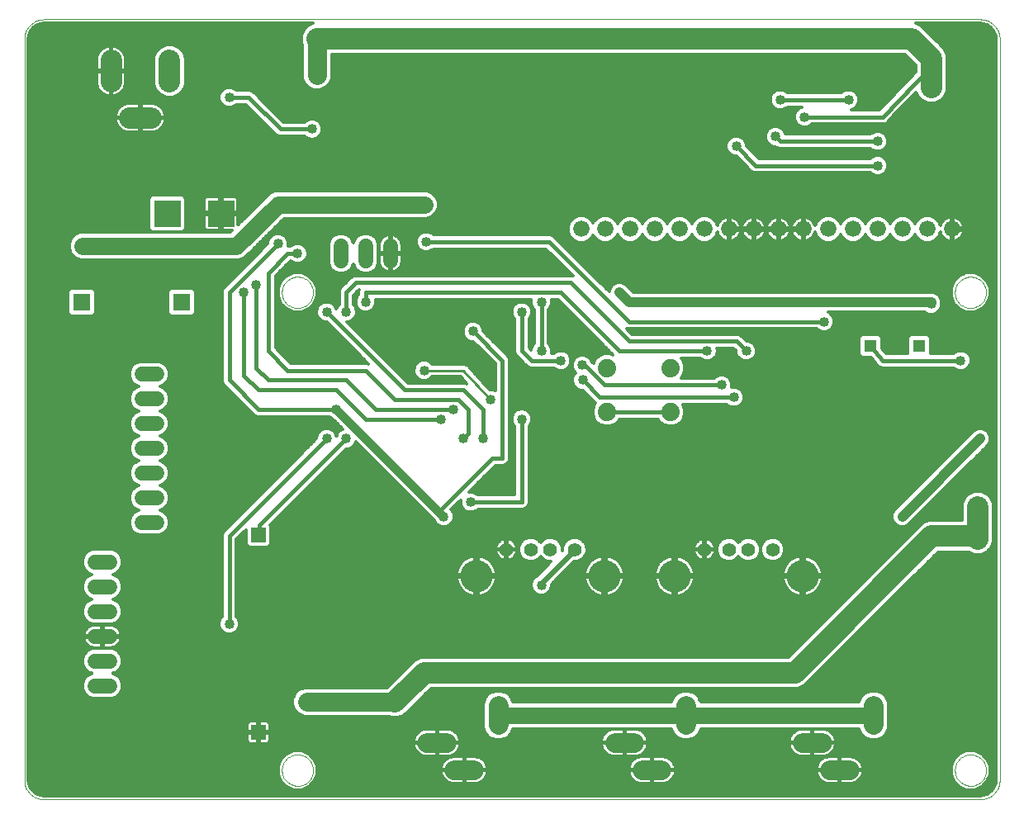
<source format=gbl>
G75*
G70*
%OFA0B0*%
%FSLAX24Y24*%
%IPPOS*%
%LPD*%
%AMOC8*
5,1,8,0,0,1.08239X$1,22.5*
%
%ADD10C,0.0000*%
%ADD11C,0.0787*%
%ADD12C,0.1306*%
%ADD13C,0.0554*%
%ADD14R,0.1063X0.1063*%
%ADD15C,0.0660*%
%ADD16R,0.0594X0.0594*%
%ADD17R,0.0515X0.0515*%
%ADD18C,0.0600*%
%ADD19C,0.0740*%
%ADD20C,0.0860*%
%ADD21R,0.0709X0.0709*%
%ADD22C,0.0120*%
%ADD23C,0.0400*%
%ADD24C,0.0060*%
%ADD25C,0.0160*%
%ADD26C,0.0760*%
%ADD27C,0.0400*%
%ADD28C,0.0150*%
%ADD29C,0.0700*%
%ADD30C,0.0240*%
%ADD31C,0.0660*%
%ADD32C,0.0320*%
%ADD33C,0.0100*%
D10*
X000947Y001087D02*
X038743Y001087D01*
X038743Y001088D02*
X038797Y001090D01*
X038850Y001095D01*
X038903Y001104D01*
X038955Y001117D01*
X039007Y001133D01*
X039057Y001153D01*
X039105Y001176D01*
X039152Y001203D01*
X039197Y001232D01*
X039240Y001265D01*
X039280Y001300D01*
X039318Y001338D01*
X039353Y001378D01*
X039386Y001421D01*
X039415Y001466D01*
X039442Y001513D01*
X039465Y001561D01*
X039485Y001611D01*
X039501Y001663D01*
X039514Y001715D01*
X039523Y001768D01*
X039528Y001821D01*
X039530Y001875D01*
X039530Y031796D01*
X039528Y031850D01*
X039523Y031903D01*
X039514Y031956D01*
X039501Y032008D01*
X039485Y032060D01*
X039465Y032110D01*
X039442Y032158D01*
X039415Y032205D01*
X039386Y032250D01*
X039353Y032293D01*
X039318Y032333D01*
X039280Y032371D01*
X039240Y032406D01*
X039197Y032439D01*
X039152Y032468D01*
X039105Y032495D01*
X039057Y032518D01*
X039007Y032538D01*
X038955Y032554D01*
X038903Y032567D01*
X038850Y032576D01*
X038797Y032581D01*
X038743Y032583D01*
X000947Y032583D01*
X000893Y032581D01*
X000840Y032576D01*
X000787Y032567D01*
X000735Y032554D01*
X000683Y032538D01*
X000633Y032518D01*
X000585Y032495D01*
X000538Y032468D01*
X000493Y032439D01*
X000450Y032406D01*
X000410Y032371D01*
X000372Y032333D01*
X000337Y032293D01*
X000304Y032250D01*
X000275Y032205D01*
X000248Y032158D01*
X000225Y032110D01*
X000205Y032060D01*
X000189Y032008D01*
X000176Y031956D01*
X000167Y031903D01*
X000162Y031850D01*
X000160Y031796D01*
X000160Y001875D01*
X000162Y001821D01*
X000167Y001768D01*
X000176Y001715D01*
X000189Y001663D01*
X000205Y001611D01*
X000225Y001561D01*
X000248Y001513D01*
X000275Y001466D01*
X000304Y001421D01*
X000337Y001378D01*
X000372Y001338D01*
X000410Y001300D01*
X000450Y001265D01*
X000493Y001232D01*
X000538Y001203D01*
X000585Y001176D01*
X000633Y001153D01*
X000683Y001133D01*
X000735Y001117D01*
X000787Y001104D01*
X000840Y001095D01*
X000893Y001090D01*
X000947Y001088D01*
X010554Y002269D02*
X010556Y002319D01*
X010562Y002369D01*
X010572Y002418D01*
X010586Y002466D01*
X010603Y002513D01*
X010624Y002558D01*
X010649Y002602D01*
X010677Y002643D01*
X010709Y002682D01*
X010743Y002719D01*
X010780Y002753D01*
X010820Y002783D01*
X010862Y002810D01*
X010906Y002834D01*
X010952Y002855D01*
X010999Y002871D01*
X011047Y002884D01*
X011097Y002893D01*
X011146Y002898D01*
X011197Y002899D01*
X011247Y002896D01*
X011296Y002889D01*
X011345Y002878D01*
X011393Y002863D01*
X011439Y002845D01*
X011484Y002823D01*
X011527Y002797D01*
X011568Y002768D01*
X011607Y002736D01*
X011643Y002701D01*
X011675Y002663D01*
X011705Y002623D01*
X011732Y002580D01*
X011755Y002536D01*
X011774Y002490D01*
X011790Y002442D01*
X011802Y002393D01*
X011810Y002344D01*
X011814Y002294D01*
X011814Y002244D01*
X011810Y002194D01*
X011802Y002145D01*
X011790Y002096D01*
X011774Y002048D01*
X011755Y002002D01*
X011732Y001958D01*
X011705Y001915D01*
X011675Y001875D01*
X011643Y001837D01*
X011607Y001802D01*
X011568Y001770D01*
X011527Y001741D01*
X011484Y001715D01*
X011439Y001693D01*
X011393Y001675D01*
X011345Y001660D01*
X011296Y001649D01*
X011247Y001642D01*
X011197Y001639D01*
X011146Y001640D01*
X011097Y001645D01*
X011047Y001654D01*
X010999Y001667D01*
X010952Y001683D01*
X010906Y001704D01*
X010862Y001728D01*
X010820Y001755D01*
X010780Y001785D01*
X010743Y001819D01*
X010709Y001856D01*
X010677Y001895D01*
X010649Y001936D01*
X010624Y001980D01*
X010603Y002025D01*
X010586Y002072D01*
X010572Y002120D01*
X010562Y002169D01*
X010556Y002219D01*
X010554Y002269D01*
X010554Y021560D02*
X010556Y021610D01*
X010562Y021660D01*
X010572Y021709D01*
X010586Y021757D01*
X010603Y021804D01*
X010624Y021849D01*
X010649Y021893D01*
X010677Y021934D01*
X010709Y021973D01*
X010743Y022010D01*
X010780Y022044D01*
X010820Y022074D01*
X010862Y022101D01*
X010906Y022125D01*
X010952Y022146D01*
X010999Y022162D01*
X011047Y022175D01*
X011097Y022184D01*
X011146Y022189D01*
X011197Y022190D01*
X011247Y022187D01*
X011296Y022180D01*
X011345Y022169D01*
X011393Y022154D01*
X011439Y022136D01*
X011484Y022114D01*
X011527Y022088D01*
X011568Y022059D01*
X011607Y022027D01*
X011643Y021992D01*
X011675Y021954D01*
X011705Y021914D01*
X011732Y021871D01*
X011755Y021827D01*
X011774Y021781D01*
X011790Y021733D01*
X011802Y021684D01*
X011810Y021635D01*
X011814Y021585D01*
X011814Y021535D01*
X011810Y021485D01*
X011802Y021436D01*
X011790Y021387D01*
X011774Y021339D01*
X011755Y021293D01*
X011732Y021249D01*
X011705Y021206D01*
X011675Y021166D01*
X011643Y021128D01*
X011607Y021093D01*
X011568Y021061D01*
X011527Y021032D01*
X011484Y021006D01*
X011439Y020984D01*
X011393Y020966D01*
X011345Y020951D01*
X011296Y020940D01*
X011247Y020933D01*
X011197Y020930D01*
X011146Y020931D01*
X011097Y020936D01*
X011047Y020945D01*
X010999Y020958D01*
X010952Y020974D01*
X010906Y020995D01*
X010862Y021019D01*
X010820Y021046D01*
X010780Y021076D01*
X010743Y021110D01*
X010709Y021147D01*
X010677Y021186D01*
X010649Y021227D01*
X010624Y021271D01*
X010603Y021316D01*
X010586Y021363D01*
X010572Y021411D01*
X010562Y021460D01*
X010556Y021510D01*
X010554Y021560D01*
X037719Y021560D02*
X037721Y021610D01*
X037727Y021660D01*
X037737Y021709D01*
X037751Y021757D01*
X037768Y021804D01*
X037789Y021849D01*
X037814Y021893D01*
X037842Y021934D01*
X037874Y021973D01*
X037908Y022010D01*
X037945Y022044D01*
X037985Y022074D01*
X038027Y022101D01*
X038071Y022125D01*
X038117Y022146D01*
X038164Y022162D01*
X038212Y022175D01*
X038262Y022184D01*
X038311Y022189D01*
X038362Y022190D01*
X038412Y022187D01*
X038461Y022180D01*
X038510Y022169D01*
X038558Y022154D01*
X038604Y022136D01*
X038649Y022114D01*
X038692Y022088D01*
X038733Y022059D01*
X038772Y022027D01*
X038808Y021992D01*
X038840Y021954D01*
X038870Y021914D01*
X038897Y021871D01*
X038920Y021827D01*
X038939Y021781D01*
X038955Y021733D01*
X038967Y021684D01*
X038975Y021635D01*
X038979Y021585D01*
X038979Y021535D01*
X038975Y021485D01*
X038967Y021436D01*
X038955Y021387D01*
X038939Y021339D01*
X038920Y021293D01*
X038897Y021249D01*
X038870Y021206D01*
X038840Y021166D01*
X038808Y021128D01*
X038772Y021093D01*
X038733Y021061D01*
X038692Y021032D01*
X038649Y021006D01*
X038604Y020984D01*
X038558Y020966D01*
X038510Y020951D01*
X038461Y020940D01*
X038412Y020933D01*
X038362Y020930D01*
X038311Y020931D01*
X038262Y020936D01*
X038212Y020945D01*
X038164Y020958D01*
X038117Y020974D01*
X038071Y020995D01*
X038027Y021019D01*
X037985Y021046D01*
X037945Y021076D01*
X037908Y021110D01*
X037874Y021147D01*
X037842Y021186D01*
X037814Y021227D01*
X037789Y021271D01*
X037768Y021316D01*
X037751Y021363D01*
X037737Y021411D01*
X037727Y021460D01*
X037721Y021510D01*
X037719Y021560D01*
X037719Y002269D02*
X037721Y002319D01*
X037727Y002369D01*
X037737Y002418D01*
X037751Y002466D01*
X037768Y002513D01*
X037789Y002558D01*
X037814Y002602D01*
X037842Y002643D01*
X037874Y002682D01*
X037908Y002719D01*
X037945Y002753D01*
X037985Y002783D01*
X038027Y002810D01*
X038071Y002834D01*
X038117Y002855D01*
X038164Y002871D01*
X038212Y002884D01*
X038262Y002893D01*
X038311Y002898D01*
X038362Y002899D01*
X038412Y002896D01*
X038461Y002889D01*
X038510Y002878D01*
X038558Y002863D01*
X038604Y002845D01*
X038649Y002823D01*
X038692Y002797D01*
X038733Y002768D01*
X038772Y002736D01*
X038808Y002701D01*
X038840Y002663D01*
X038870Y002623D01*
X038897Y002580D01*
X038920Y002536D01*
X038939Y002490D01*
X038955Y002442D01*
X038967Y002393D01*
X038975Y002344D01*
X038979Y002294D01*
X038979Y002244D01*
X038975Y002194D01*
X038967Y002145D01*
X038955Y002096D01*
X038939Y002048D01*
X038920Y002002D01*
X038897Y001958D01*
X038870Y001915D01*
X038840Y001875D01*
X038808Y001837D01*
X038772Y001802D01*
X038733Y001770D01*
X038692Y001741D01*
X038649Y001715D01*
X038604Y001693D01*
X038558Y001675D01*
X038510Y001660D01*
X038461Y001649D01*
X038412Y001642D01*
X038362Y001639D01*
X038311Y001640D01*
X038262Y001645D01*
X038212Y001654D01*
X038164Y001667D01*
X038117Y001683D01*
X038071Y001704D01*
X038027Y001728D01*
X037985Y001755D01*
X037945Y001785D01*
X037908Y001819D01*
X037874Y001856D01*
X037842Y001895D01*
X037814Y001936D01*
X037789Y001980D01*
X037768Y002025D01*
X037751Y002072D01*
X037737Y002120D01*
X037727Y002169D01*
X037721Y002219D01*
X037719Y002269D01*
D11*
X034445Y004087D02*
X034445Y004875D01*
X032359Y003379D02*
X031571Y003379D01*
X032674Y002276D02*
X033461Y002276D01*
X026871Y004087D02*
X026871Y004875D01*
X024784Y003379D02*
X023997Y003379D01*
X025099Y002276D02*
X025886Y002276D01*
X019296Y004087D02*
X019296Y004875D01*
X017209Y003379D02*
X016422Y003379D01*
X017524Y002276D02*
X018312Y002276D01*
D12*
X018407Y010113D03*
X023580Y010113D03*
X026403Y010113D03*
X031576Y010113D03*
D13*
X030367Y011180D03*
X029383Y011180D03*
X028596Y011180D03*
X027611Y011180D03*
X022371Y011180D03*
X021387Y011180D03*
X020600Y011180D03*
X019616Y011180D03*
D14*
X008097Y024745D03*
X005932Y024745D03*
D15*
X022636Y024119D03*
X023601Y024119D03*
X024601Y024119D03*
X025601Y024119D03*
X026601Y024119D03*
X027601Y024119D03*
X028601Y024119D03*
X029601Y024119D03*
X030601Y024119D03*
X031601Y024119D03*
X032601Y024119D03*
X033601Y024119D03*
X034601Y024119D03*
X035601Y024119D03*
X036601Y024119D03*
X037601Y024119D03*
D16*
X009609Y011767D03*
X009609Y003794D03*
D17*
X034314Y019394D03*
X036282Y019394D03*
D18*
X014940Y022835D02*
X014940Y023435D01*
X013940Y023435D02*
X013940Y022835D01*
X012940Y022835D02*
X012940Y023435D01*
X005503Y018261D02*
X004903Y018261D01*
X004903Y017261D02*
X005503Y017261D01*
X005503Y016261D02*
X004903Y016261D01*
X004903Y015261D02*
X005503Y015261D01*
X005503Y014261D02*
X004903Y014261D01*
X004903Y013261D02*
X005503Y013261D01*
X005503Y012261D02*
X004903Y012261D01*
X003610Y010674D02*
X003010Y010674D01*
X003010Y009674D02*
X003610Y009674D01*
X003610Y008674D02*
X003010Y008674D01*
X003010Y007674D02*
X003610Y007674D01*
X003610Y006674D02*
X003010Y006674D01*
X003010Y005674D02*
X003610Y005674D01*
D19*
X023683Y016733D03*
X023683Y018513D03*
X026243Y018513D03*
X026243Y016733D03*
D20*
X031262Y006206D02*
X036774Y011717D01*
X038644Y011717D01*
X038636Y011611D02*
X038636Y012450D01*
X038636Y012891D01*
X038644Y012898D01*
X031262Y006206D02*
X024963Y006206D01*
X024569Y006206D01*
X016302Y006206D01*
X015121Y005024D01*
X005271Y028609D02*
X004411Y028609D01*
X003660Y030069D02*
X003660Y030929D01*
X006022Y030929D02*
X006022Y030069D01*
X011971Y031796D02*
X035987Y031796D01*
X036774Y031009D01*
X036774Y030713D01*
X036774Y029828D01*
D21*
X006499Y021166D03*
X002483Y021166D03*
D22*
X003047Y021114D02*
X005934Y021114D01*
X005934Y021232D02*
X003047Y021232D01*
X003047Y021351D02*
X005934Y021351D01*
X005934Y021469D02*
X003047Y021469D01*
X003047Y021588D02*
X005934Y021588D01*
X005934Y021607D02*
X005934Y020725D01*
X006057Y020602D01*
X006940Y020602D01*
X007063Y020725D01*
X007063Y021607D01*
X006940Y021730D01*
X006057Y021730D01*
X005934Y021607D01*
X006033Y021706D02*
X002948Y021706D01*
X002924Y021730D02*
X003047Y021607D01*
X003047Y020725D01*
X002924Y020602D01*
X002042Y020602D01*
X001919Y020725D01*
X001919Y021607D01*
X002042Y021730D01*
X002924Y021730D01*
X003047Y020995D02*
X005934Y020995D01*
X005934Y020877D02*
X003047Y020877D01*
X003047Y020758D02*
X005934Y020758D01*
X006019Y020640D02*
X002962Y020640D01*
X002003Y020640D02*
X000320Y020640D01*
X000320Y020758D02*
X001919Y020758D01*
X001919Y020877D02*
X000320Y020877D01*
X000320Y020995D02*
X001919Y020995D01*
X001919Y021114D02*
X000320Y021114D01*
X000320Y021232D02*
X001919Y021232D01*
X001919Y021351D02*
X000320Y021351D01*
X000320Y021469D02*
X001919Y021469D01*
X001919Y021588D02*
X000320Y021588D01*
X000320Y021706D02*
X002017Y021706D01*
X002411Y022870D02*
X008834Y022870D01*
X009040Y022955D01*
X009198Y023113D01*
X010628Y024543D01*
X016413Y024543D01*
X016619Y024628D01*
X016776Y024786D01*
X016862Y024992D01*
X016862Y025215D01*
X016776Y025420D01*
X016619Y025578D01*
X016413Y025663D01*
X010285Y025663D01*
X010079Y025578D01*
X008789Y024287D01*
X008789Y024685D01*
X008157Y024685D01*
X008157Y024805D01*
X008037Y024805D01*
X008037Y025436D01*
X007544Y025436D01*
X007504Y025425D01*
X007467Y025404D01*
X007437Y025375D01*
X007416Y025338D01*
X007406Y025297D01*
X007406Y024805D01*
X008037Y024805D01*
X008037Y024685D01*
X007406Y024685D01*
X007406Y024192D01*
X007416Y024152D01*
X007437Y024115D01*
X007467Y024085D01*
X007504Y024064D01*
X007544Y024053D01*
X008037Y024053D01*
X008037Y024685D01*
X008157Y024685D01*
X008157Y024053D01*
X008554Y024053D01*
X008491Y023990D01*
X002411Y023990D01*
X002205Y023905D01*
X002047Y023747D01*
X001962Y023541D01*
X001962Y023319D01*
X002047Y023113D01*
X002205Y022955D01*
X002411Y022870D01*
X002359Y022891D02*
X000320Y022891D01*
X000320Y022773D02*
X009231Y022773D01*
X009349Y022891D02*
X008886Y022891D01*
X009095Y023010D02*
X009468Y023010D01*
X009586Y023128D02*
X009213Y023128D01*
X009332Y023247D02*
X009705Y023247D01*
X009823Y023365D02*
X009450Y023365D01*
X009569Y023484D02*
X009942Y023484D01*
X009986Y023528D02*
X008263Y021806D01*
X008182Y021724D01*
X008138Y021618D01*
X008138Y017959D01*
X008182Y017852D01*
X009363Y016671D01*
X009445Y016590D01*
X009551Y016545D01*
X012469Y016545D01*
X012526Y016488D01*
X012623Y016448D01*
X013025Y016045D01*
X012920Y016002D01*
X012805Y015887D01*
X012758Y015775D01*
X012712Y015887D01*
X012597Y016002D01*
X012446Y016064D01*
X012283Y016064D01*
X012132Y016002D01*
X012017Y015887D01*
X011955Y015736D01*
X011955Y015654D01*
X008263Y011963D01*
X008182Y011882D01*
X008138Y011775D01*
X008138Y008464D01*
X008080Y008406D01*
X008018Y008256D01*
X008018Y008092D01*
X008080Y007942D01*
X008195Y007826D01*
X008346Y007764D01*
X008509Y007764D01*
X008660Y007826D01*
X008775Y007942D01*
X008838Y008092D01*
X008838Y008256D01*
X008775Y008406D01*
X008718Y008464D01*
X008718Y011597D01*
X009102Y011981D01*
X009102Y011383D01*
X009225Y011260D01*
X009993Y011260D01*
X010116Y011383D01*
X010116Y012150D01*
X010087Y012179D01*
X013152Y015244D01*
X013234Y015244D01*
X013384Y015307D01*
X013500Y015422D01*
X013543Y015527D01*
X016579Y012492D01*
X016702Y012369D01*
X016742Y012272D01*
X016857Y012157D01*
X017008Y012095D01*
X017171Y012095D01*
X017321Y012157D01*
X017437Y012272D01*
X017499Y012423D01*
X017499Y012586D01*
X017437Y012737D01*
X017387Y012786D01*
X017762Y013161D01*
X017762Y013014D01*
X017824Y012863D01*
X017940Y012748D01*
X018090Y012685D01*
X018253Y012685D01*
X018404Y012748D01*
X018462Y012805D01*
X020296Y012805D01*
X020403Y012849D01*
X020485Y012931D01*
X020529Y013038D01*
X020529Y016152D01*
X020586Y016209D01*
X020649Y016360D01*
X020649Y016523D01*
X020586Y016674D01*
X020471Y016789D01*
X020320Y016852D01*
X020157Y016852D01*
X020006Y016789D01*
X019891Y016674D01*
X019829Y016523D01*
X019829Y016360D01*
X019891Y016209D01*
X019949Y016152D01*
X019949Y013385D01*
X018462Y013385D01*
X018404Y013443D01*
X018253Y013505D01*
X018106Y013505D01*
X019178Y014577D01*
X019509Y014577D01*
X019616Y014621D01*
X019697Y014703D01*
X019741Y014809D01*
X019741Y018862D01*
X020164Y018862D01*
X020282Y018744D02*
X019741Y018744D01*
X019741Y018862D02*
X019697Y018968D01*
X018680Y019985D01*
X018680Y020067D01*
X018618Y020217D01*
X018502Y020333D01*
X018352Y020395D01*
X018189Y020395D01*
X018038Y020333D01*
X017923Y020217D01*
X017860Y020067D01*
X017860Y019903D01*
X017923Y019753D01*
X018038Y019637D01*
X018189Y019575D01*
X018270Y019575D01*
X019161Y018684D01*
X019161Y017589D01*
X019041Y017639D01*
X018936Y017639D01*
X018099Y018552D01*
X018097Y018558D01*
X018064Y018590D01*
X018033Y018624D01*
X018028Y018627D01*
X018024Y018631D01*
X017981Y018648D01*
X017939Y018668D01*
X017934Y018668D01*
X017928Y018670D01*
X017882Y018670D01*
X017836Y018672D01*
X017831Y018670D01*
X016622Y018670D01*
X016534Y018758D01*
X016383Y018820D01*
X016220Y018820D01*
X016069Y018758D01*
X015954Y018642D01*
X015892Y018492D01*
X015892Y018329D01*
X015954Y018178D01*
X016069Y018063D01*
X016220Y018000D01*
X016383Y018000D01*
X016534Y018063D01*
X016622Y018150D01*
X017762Y018150D01*
X018008Y017882D01*
X017934Y017913D01*
X015634Y017913D01*
X013185Y020362D01*
X013234Y020362D01*
X013384Y020425D01*
X013500Y020540D01*
X013562Y020691D01*
X013562Y020854D01*
X013500Y021005D01*
X013442Y021062D01*
X013442Y021440D01*
X013666Y021664D01*
X013669Y021664D01*
X013650Y021618D01*
X013650Y021456D01*
X013592Y021398D01*
X013530Y021248D01*
X013530Y021085D01*
X013592Y020934D01*
X013707Y020819D01*
X013858Y020756D01*
X014021Y020756D01*
X014172Y020819D01*
X014287Y020934D01*
X014350Y021085D01*
X014350Y021248D01*
X014340Y021270D01*
X020625Y021270D01*
X020616Y021248D01*
X020616Y021085D01*
X020679Y020934D01*
X020736Y020876D01*
X020736Y019487D01*
X020679Y019430D01*
X020616Y019279D01*
X020616Y019230D01*
X020529Y019318D01*
X020529Y020483D01*
X020586Y020540D01*
X020649Y020691D01*
X020649Y020854D01*
X020586Y021005D01*
X020471Y021120D01*
X020320Y021182D01*
X020157Y021182D01*
X020006Y021120D01*
X019891Y021005D01*
X019829Y020854D01*
X019829Y020691D01*
X019891Y020540D01*
X019949Y020483D01*
X019949Y019140D01*
X019993Y019033D01*
X020387Y018640D01*
X020468Y018558D01*
X020575Y018514D01*
X021524Y018514D01*
X021581Y018456D01*
X021732Y018394D01*
X021895Y018394D01*
X022046Y018456D01*
X022161Y018572D01*
X022224Y018722D01*
X022224Y018885D01*
X022161Y019036D01*
X022046Y019152D01*
X021895Y019214D01*
X021732Y019214D01*
X021581Y019152D01*
X021524Y019094D01*
X021427Y019094D01*
X021436Y019116D01*
X021436Y019279D01*
X021374Y019430D01*
X021316Y019487D01*
X021316Y020876D01*
X021374Y020934D01*
X021436Y021085D01*
X021436Y021248D01*
X021427Y021270D01*
X021693Y021270D01*
X023921Y019042D01*
X023799Y019093D01*
X023568Y019093D01*
X023355Y019005D01*
X023191Y018841D01*
X023128Y018687D01*
X023068Y018747D01*
X023023Y018855D01*
X022908Y018970D01*
X022757Y019033D01*
X022594Y019033D01*
X022444Y018970D01*
X022328Y018855D01*
X022266Y018704D01*
X022266Y018541D01*
X022328Y018391D01*
X022411Y018308D01*
X022352Y018249D01*
X022289Y018098D01*
X022289Y017935D01*
X022352Y017784D01*
X022467Y017669D01*
X022618Y017607D01*
X022699Y017607D01*
X023142Y017163D01*
X023218Y017088D01*
X023191Y017061D01*
X023103Y016848D01*
X020329Y016848D01*
X020148Y016848D02*
X019741Y016848D01*
X019741Y016966D02*
X023152Y016966D01*
X023103Y016848D02*
X023103Y016617D01*
X023191Y016404D01*
X023355Y016241D01*
X023568Y016153D01*
X023799Y016153D01*
X024012Y016241D01*
X024175Y016404D01*
X024191Y016443D01*
X025735Y016443D01*
X025751Y016404D01*
X025915Y016241D01*
X026128Y016153D01*
X026359Y016153D01*
X026572Y016241D01*
X026735Y016404D01*
X026823Y016617D01*
X026823Y016848D01*
X039370Y016848D01*
X039370Y016966D02*
X029001Y016966D01*
X029034Y016980D02*
X029149Y017095D01*
X029212Y017246D01*
X029212Y017409D01*
X029149Y017560D01*
X029034Y017675D01*
X028883Y017738D01*
X028720Y017738D01*
X028720Y017901D01*
X028657Y018052D01*
X028542Y018167D01*
X028391Y018230D01*
X028228Y018230D01*
X028077Y018167D01*
X028020Y018110D01*
X026660Y018110D01*
X026735Y018184D01*
X026823Y018397D01*
X026823Y018628D01*
X026735Y018841D01*
X026669Y018908D01*
X027429Y018908D01*
X027487Y018850D01*
X027638Y018788D01*
X027801Y018788D01*
X027951Y018850D01*
X028067Y018965D01*
X028129Y019116D01*
X028129Y019279D01*
X028120Y019301D01*
X028780Y019301D01*
X028884Y019198D01*
X028884Y019116D01*
X028946Y018965D01*
X029062Y018850D01*
X029212Y018788D01*
X029375Y018788D01*
X029526Y018850D01*
X029641Y018965D01*
X029704Y019116D01*
X029704Y019279D01*
X029641Y019430D01*
X029526Y019545D01*
X029375Y019608D01*
X029294Y019608D01*
X029146Y019756D01*
X029064Y019837D01*
X028958Y019881D01*
X024690Y019881D01*
X024461Y020110D01*
X024512Y020089D01*
X032154Y020089D01*
X032211Y020031D01*
X032362Y019969D01*
X032525Y019969D01*
X032676Y020031D01*
X032791Y020146D01*
X032853Y020297D01*
X032853Y020460D01*
X032791Y020611D01*
X032676Y020726D01*
X032604Y020756D01*
X036518Y020756D01*
X036534Y020740D01*
X036685Y020677D01*
X036848Y020677D01*
X036999Y020740D01*
X037114Y020855D01*
X037176Y021006D01*
X037176Y021074D01*
X037178Y021079D01*
X037178Y021242D01*
X037116Y021392D01*
X036995Y021514D01*
X036844Y021576D01*
X024739Y021576D01*
X024408Y021907D01*
X024257Y021970D01*
X024094Y021970D01*
X023944Y021907D01*
X023828Y021792D01*
X023766Y021641D01*
X023766Y021593D01*
X021509Y023849D01*
X021403Y023893D01*
X016666Y023893D01*
X016609Y023951D01*
X016458Y024013D01*
X016295Y024013D01*
X016144Y023951D01*
X016029Y023835D01*
X015967Y023685D01*
X015967Y023522D01*
X016029Y023371D01*
X016144Y023256D01*
X016295Y023193D01*
X016458Y023193D01*
X016609Y023256D01*
X016666Y023313D01*
X021225Y023313D01*
X022315Y022223D01*
X022265Y022244D01*
X013488Y022244D01*
X013382Y022199D01*
X012906Y021724D01*
X012862Y021618D01*
X012862Y021062D01*
X012805Y021005D01*
X012758Y020893D01*
X012712Y021005D01*
X012597Y021120D01*
X012446Y021182D01*
X012283Y021182D01*
X012132Y021120D01*
X012017Y021005D01*
X011955Y020854D01*
X011955Y020691D01*
X012017Y020540D01*
X012132Y020425D01*
X012283Y020362D01*
X012365Y020362D01*
X014048Y018679D01*
X013997Y018700D01*
X010910Y018700D01*
X010293Y019318D01*
X010293Y022227D01*
X010902Y022837D01*
X010951Y022787D01*
X011102Y022725D01*
X011265Y022725D01*
X011416Y022787D01*
X011531Y022902D01*
X011594Y023053D01*
X011594Y023216D01*
X011531Y023367D01*
X011416Y023482D01*
X011265Y023545D01*
X011102Y023545D01*
X010951Y023482D01*
X010894Y023425D01*
X010797Y023425D01*
X010806Y023447D01*
X010806Y023610D01*
X010744Y023761D01*
X010628Y023876D01*
X010478Y023938D01*
X010315Y023938D01*
X010164Y023876D01*
X010049Y023761D01*
X009986Y023610D01*
X009986Y023528D01*
X009986Y023602D02*
X009687Y023602D01*
X009806Y023721D02*
X010032Y023721D01*
X010127Y023839D02*
X009924Y023839D01*
X010043Y023958D02*
X016162Y023958D01*
X016033Y023839D02*
X015158Y023839D01*
X015181Y023828D02*
X015116Y023861D01*
X015047Y023883D01*
X014980Y023894D01*
X014980Y023175D01*
X015400Y023175D01*
X015400Y023471D01*
X015388Y023542D01*
X015366Y023611D01*
X015333Y023676D01*
X015290Y023734D01*
X015239Y023786D01*
X015181Y023828D01*
X015300Y023721D02*
X015982Y023721D01*
X015967Y023602D02*
X015369Y023602D01*
X015397Y023484D02*
X015982Y023484D01*
X016034Y023365D02*
X015400Y023365D01*
X015400Y023247D02*
X016165Y023247D01*
X016588Y023247D02*
X021291Y023247D01*
X021410Y023128D02*
X014980Y023128D01*
X014980Y023095D02*
X014980Y023175D01*
X014900Y023175D01*
X014900Y023894D01*
X014832Y023883D01*
X014763Y023861D01*
X014698Y023828D01*
X014640Y023786D01*
X014589Y023734D01*
X014546Y023676D01*
X014513Y023611D01*
X014491Y023542D01*
X014480Y023471D01*
X014480Y023175D01*
X014900Y023175D01*
X014900Y023095D01*
X014980Y023095D01*
X015400Y023095D01*
X015400Y022798D01*
X015388Y022727D01*
X015366Y022658D01*
X015333Y022594D01*
X015290Y022535D01*
X015239Y022484D01*
X015181Y022441D01*
X015116Y022408D01*
X015047Y022386D01*
X014980Y022375D01*
X014980Y023095D01*
X014900Y023095D02*
X014900Y022375D01*
X014832Y022386D01*
X014763Y022408D01*
X014698Y022441D01*
X014640Y022484D01*
X014589Y022535D01*
X014546Y022594D01*
X014513Y022658D01*
X014491Y022727D01*
X014480Y022798D01*
X014480Y023095D01*
X014900Y023095D01*
X014900Y023128D02*
X014450Y023128D01*
X014450Y023010D02*
X014480Y023010D01*
X014480Y022891D02*
X014450Y022891D01*
X014450Y022773D02*
X014484Y022773D01*
X014450Y022733D02*
X014450Y023536D01*
X014372Y023724D01*
X014228Y023867D01*
X014041Y023945D01*
X013838Y023945D01*
X013651Y023867D01*
X013507Y023724D01*
X013440Y023560D01*
X013372Y023724D01*
X013228Y023867D01*
X013041Y023945D01*
X012838Y023945D01*
X012651Y023867D01*
X012507Y023724D01*
X012430Y023536D01*
X012430Y022733D01*
X012507Y022546D01*
X012651Y022402D01*
X012838Y022325D01*
X013041Y022325D01*
X013228Y022402D01*
X013372Y022546D01*
X013440Y022709D01*
X013507Y022546D01*
X013651Y022402D01*
X013838Y022325D01*
X014041Y022325D01*
X014228Y022402D01*
X014372Y022546D01*
X014450Y022733D01*
X014417Y022654D02*
X014515Y022654D01*
X014588Y022536D02*
X014362Y022536D01*
X014244Y022417D02*
X014745Y022417D01*
X014900Y022417D02*
X014980Y022417D01*
X014980Y022536D02*
X014900Y022536D01*
X014900Y022654D02*
X014980Y022654D01*
X014980Y022773D02*
X014900Y022773D01*
X014900Y022891D02*
X014980Y022891D01*
X014980Y023010D02*
X014900Y023010D01*
X014900Y023247D02*
X014980Y023247D01*
X014980Y023365D02*
X014900Y023365D01*
X014900Y023484D02*
X014980Y023484D01*
X014980Y023602D02*
X014900Y023602D01*
X014900Y023721D02*
X014980Y023721D01*
X014980Y023839D02*
X014900Y023839D01*
X014721Y023839D02*
X014256Y023839D01*
X014373Y023721D02*
X014579Y023721D01*
X014510Y023602D02*
X014422Y023602D01*
X014450Y023484D02*
X014482Y023484D01*
X014480Y023365D02*
X014450Y023365D01*
X014450Y023247D02*
X014480Y023247D01*
X015400Y023010D02*
X021528Y023010D01*
X021647Y022891D02*
X015400Y022891D01*
X015395Y022773D02*
X021765Y022773D01*
X021884Y022654D02*
X015364Y022654D01*
X015291Y022536D02*
X022002Y022536D01*
X022121Y022417D02*
X015134Y022417D01*
X014350Y021232D02*
X020616Y021232D01*
X020616Y021114D02*
X020477Y021114D01*
X020590Y020995D02*
X020653Y020995D01*
X020639Y020877D02*
X020736Y020877D01*
X020736Y020758D02*
X020649Y020758D01*
X020628Y020640D02*
X020736Y020640D01*
X020736Y020521D02*
X020568Y020521D01*
X020529Y020403D02*
X020736Y020403D01*
X020736Y020284D02*
X020529Y020284D01*
X020529Y020166D02*
X020736Y020166D01*
X020736Y020047D02*
X020529Y020047D01*
X020529Y019929D02*
X020736Y019929D01*
X020736Y019810D02*
X020529Y019810D01*
X020529Y019692D02*
X020736Y019692D01*
X020736Y019573D02*
X020529Y019573D01*
X020529Y019455D02*
X020704Y019455D01*
X020640Y019336D02*
X020529Y019336D01*
X019949Y019336D02*
X019329Y019336D01*
X019447Y019218D02*
X019949Y019218D01*
X019966Y019099D02*
X019566Y019099D01*
X019684Y018981D02*
X020045Y018981D01*
X019741Y018625D02*
X020401Y018625D01*
X019741Y018507D02*
X021531Y018507D01*
X022096Y018507D02*
X022280Y018507D01*
X022266Y018625D02*
X022183Y018625D01*
X022224Y018744D02*
X022282Y018744D01*
X022336Y018862D02*
X022224Y018862D01*
X022184Y018981D02*
X022469Y018981D01*
X022098Y019099D02*
X023864Y019099D01*
X023745Y019218D02*
X021436Y019218D01*
X021429Y019099D02*
X021529Y019099D01*
X021412Y019336D02*
X023627Y019336D01*
X023508Y019455D02*
X021349Y019455D01*
X021316Y019573D02*
X023390Y019573D01*
X023271Y019692D02*
X021316Y019692D01*
X021316Y019810D02*
X023153Y019810D01*
X023034Y019929D02*
X021316Y019929D01*
X021316Y020047D02*
X022916Y020047D01*
X022797Y020166D02*
X021316Y020166D01*
X021316Y020284D02*
X022679Y020284D01*
X022560Y020403D02*
X021316Y020403D01*
X021316Y020521D02*
X022442Y020521D01*
X022323Y020640D02*
X021316Y020640D01*
X021316Y020758D02*
X022205Y020758D01*
X022086Y020877D02*
X021317Y020877D01*
X021399Y020995D02*
X021968Y020995D01*
X021849Y021114D02*
X021436Y021114D01*
X021436Y021232D02*
X021731Y021232D01*
X022239Y022299D02*
X011463Y022299D01*
X011341Y022350D02*
X011026Y022350D01*
X010736Y022230D01*
X010514Y022007D01*
X010394Y021717D01*
X010394Y021403D01*
X010514Y021112D01*
X010736Y020890D01*
X011026Y020770D01*
X011341Y020770D01*
X011631Y020890D01*
X011853Y021112D01*
X011974Y021403D01*
X011974Y021717D01*
X011853Y022007D01*
X011631Y022230D01*
X011341Y022350D01*
X011680Y022180D02*
X013363Y022180D01*
X013244Y022062D02*
X011799Y022062D01*
X011880Y021943D02*
X013126Y021943D01*
X013007Y021825D02*
X011929Y021825D01*
X011974Y021706D02*
X012899Y021706D01*
X012862Y021588D02*
X011974Y021588D01*
X011974Y021469D02*
X012862Y021469D01*
X012862Y021351D02*
X011952Y021351D01*
X011903Y021232D02*
X012862Y021232D01*
X012862Y021114D02*
X012603Y021114D01*
X012716Y020995D02*
X012801Y020995D01*
X013442Y021114D02*
X013530Y021114D01*
X013530Y021232D02*
X013442Y021232D01*
X013442Y021351D02*
X013572Y021351D01*
X013650Y021469D02*
X013472Y021469D01*
X013590Y021588D02*
X013650Y021588D01*
X013566Y020995D02*
X013504Y020995D01*
X013553Y020877D02*
X013649Y020877D01*
X013562Y020758D02*
X013852Y020758D01*
X014027Y020758D02*
X019829Y020758D01*
X019838Y020877D02*
X014230Y020877D01*
X014313Y020995D02*
X019887Y020995D01*
X020000Y021114D02*
X014350Y021114D01*
X013541Y020640D02*
X019850Y020640D01*
X019910Y020521D02*
X013481Y020521D01*
X013331Y020403D02*
X019949Y020403D01*
X019949Y020284D02*
X018551Y020284D01*
X018639Y020166D02*
X019949Y020166D01*
X019949Y020047D02*
X018680Y020047D01*
X018736Y019929D02*
X019949Y019929D01*
X019949Y019810D02*
X018855Y019810D01*
X018973Y019692D02*
X019949Y019692D01*
X019949Y019573D02*
X019092Y019573D01*
X019210Y019455D02*
X019949Y019455D01*
X019741Y018388D02*
X022330Y018388D01*
X022373Y018270D02*
X019741Y018270D01*
X019741Y018151D02*
X022311Y018151D01*
X022289Y018033D02*
X019741Y018033D01*
X019741Y017914D02*
X022298Y017914D01*
X022347Y017796D02*
X019741Y017796D01*
X019741Y017677D02*
X022459Y017677D01*
X022747Y017559D02*
X019741Y017559D01*
X019741Y017440D02*
X022865Y017440D01*
X022984Y017322D02*
X019741Y017322D01*
X019741Y017203D02*
X023102Y017203D01*
X023215Y017085D02*
X019741Y017085D01*
X019741Y016729D02*
X019947Y016729D01*
X019865Y016611D02*
X019741Y016611D01*
X019741Y016492D02*
X019829Y016492D01*
X019829Y016374D02*
X019741Y016374D01*
X019741Y016255D02*
X019872Y016255D01*
X019949Y016137D02*
X019741Y016137D01*
X019741Y016018D02*
X019949Y016018D01*
X019949Y015900D02*
X019741Y015900D01*
X019741Y015781D02*
X019949Y015781D01*
X019949Y015663D02*
X019741Y015663D01*
X019741Y015544D02*
X019949Y015544D01*
X019949Y015426D02*
X019741Y015426D01*
X019741Y015307D02*
X019949Y015307D01*
X019949Y015189D02*
X019741Y015189D01*
X019741Y015070D02*
X019949Y015070D01*
X019949Y014952D02*
X019741Y014952D01*
X019741Y014833D02*
X019949Y014833D01*
X019949Y014715D02*
X019702Y014715D01*
X019556Y014596D02*
X019949Y014596D01*
X019949Y014478D02*
X019079Y014478D01*
X018960Y014359D02*
X019949Y014359D01*
X019949Y014241D02*
X018842Y014241D01*
X018723Y014122D02*
X019949Y014122D01*
X019949Y014004D02*
X018605Y014004D01*
X018486Y013885D02*
X019949Y013885D01*
X019949Y013767D02*
X018368Y013767D01*
X018249Y013648D02*
X019949Y013648D01*
X019949Y013530D02*
X018131Y013530D01*
X018435Y013411D02*
X019949Y013411D01*
X020529Y013411D02*
X035920Y013411D01*
X035801Y013293D02*
X020529Y013293D01*
X020529Y013174D02*
X035683Y013174D01*
X035564Y013056D02*
X020529Y013056D01*
X020487Y012937D02*
X035446Y012937D01*
X035327Y012819D02*
X020329Y012819D01*
X020529Y013530D02*
X036038Y013530D01*
X036157Y013648D02*
X020529Y013648D01*
X020529Y013767D02*
X036275Y013767D01*
X036394Y013885D02*
X020529Y013885D01*
X020529Y014004D02*
X036512Y014004D01*
X036631Y014122D02*
X020529Y014122D01*
X020529Y014241D02*
X036749Y014241D01*
X036868Y014359D02*
X020529Y014359D01*
X020529Y014478D02*
X036986Y014478D01*
X037105Y014596D02*
X020529Y014596D01*
X020529Y014715D02*
X037223Y014715D01*
X037342Y014833D02*
X020529Y014833D01*
X020529Y014952D02*
X037460Y014952D01*
X037579Y015070D02*
X020529Y015070D01*
X020529Y015189D02*
X037697Y015189D01*
X037816Y015307D02*
X020529Y015307D01*
X020529Y015426D02*
X037934Y015426D01*
X038053Y015544D02*
X020529Y015544D01*
X020529Y015663D02*
X038171Y015663D01*
X038290Y015781D02*
X020529Y015781D01*
X020529Y015900D02*
X038408Y015900D01*
X038395Y015887D02*
X035245Y012737D01*
X035183Y012586D01*
X035183Y012423D01*
X035245Y012272D01*
X035361Y012157D01*
X035512Y012095D01*
X035675Y012095D01*
X035825Y012157D01*
X038975Y015307D01*
X039090Y015422D01*
X039153Y015573D01*
X039153Y015736D01*
X039090Y015887D01*
X038975Y016002D01*
X038824Y016064D01*
X038661Y016064D01*
X038510Y016002D01*
X038395Y015887D01*
X038550Y016018D02*
X020529Y016018D01*
X020529Y016137D02*
X039370Y016137D01*
X039370Y016255D02*
X026586Y016255D01*
X026704Y016374D02*
X039370Y016374D01*
X039370Y016492D02*
X026771Y016492D01*
X026820Y016611D02*
X039370Y016611D01*
X039370Y016729D02*
X026823Y016729D01*
X026823Y016848D02*
X026745Y017038D01*
X028512Y017038D01*
X028569Y016980D01*
X028720Y016918D01*
X028883Y016918D01*
X029034Y016980D01*
X029139Y017085D02*
X039370Y017085D01*
X039370Y017203D02*
X029194Y017203D01*
X029212Y017322D02*
X039370Y017322D01*
X039370Y017440D02*
X029199Y017440D01*
X029150Y017559D02*
X039370Y017559D01*
X039370Y017677D02*
X029028Y017677D01*
X028720Y017738D02*
X028719Y017737D01*
X028720Y017738D01*
X028720Y017796D02*
X039370Y017796D01*
X039370Y017914D02*
X028714Y017914D01*
X028665Y018033D02*
X039370Y018033D01*
X039370Y018151D02*
X028558Y018151D01*
X028062Y018151D02*
X026702Y018151D01*
X026770Y018270D02*
X039370Y018270D01*
X039370Y018388D02*
X026819Y018388D01*
X026823Y018507D02*
X037672Y018507D01*
X037665Y018514D02*
X037723Y018456D01*
X037874Y018394D01*
X038037Y018394D01*
X038188Y018456D01*
X038303Y018572D01*
X038365Y018722D01*
X038365Y018885D01*
X038303Y019036D01*
X038188Y019152D01*
X038037Y019214D01*
X037874Y019214D01*
X037723Y019152D01*
X037665Y019094D01*
X036750Y019094D01*
X036750Y019739D01*
X036627Y019862D01*
X035938Y019862D01*
X035815Y019739D01*
X035815Y019094D01*
X034941Y019094D01*
X034781Y019287D01*
X034781Y019739D01*
X034658Y019862D01*
X033969Y019862D01*
X033846Y019739D01*
X033846Y019050D01*
X033969Y018927D01*
X034326Y018927D01*
X034555Y018652D01*
X034560Y018640D01*
X034591Y018608D01*
X034620Y018574D01*
X034632Y018568D01*
X034641Y018558D01*
X034683Y018541D01*
X034722Y018520D01*
X034735Y018519D01*
X034748Y018514D01*
X034793Y018514D01*
X034837Y018510D01*
X034850Y018514D01*
X037665Y018514D01*
X038238Y018507D02*
X039370Y018507D01*
X039370Y018625D02*
X038325Y018625D01*
X038365Y018744D02*
X039370Y018744D01*
X039370Y018862D02*
X038365Y018862D01*
X038326Y018981D02*
X039370Y018981D01*
X039370Y019099D02*
X038240Y019099D01*
X037671Y019099D02*
X036750Y019099D01*
X036750Y019218D02*
X039370Y019218D01*
X039370Y019336D02*
X036750Y019336D01*
X036750Y019455D02*
X039370Y019455D01*
X039370Y019573D02*
X036750Y019573D01*
X036750Y019692D02*
X039370Y019692D01*
X039370Y019810D02*
X036678Y019810D01*
X035886Y019810D02*
X034710Y019810D01*
X034781Y019692D02*
X035815Y019692D01*
X035815Y019573D02*
X034781Y019573D01*
X034781Y019455D02*
X035815Y019455D01*
X035815Y019336D02*
X034781Y019336D01*
X034838Y019218D02*
X035815Y019218D01*
X035815Y019099D02*
X034937Y019099D01*
X034478Y018744D02*
X026775Y018744D01*
X026823Y018625D02*
X034574Y018625D01*
X034379Y018862D02*
X029538Y018862D01*
X029648Y018981D02*
X033915Y018981D01*
X033846Y019099D02*
X029697Y019099D01*
X029704Y019218D02*
X033846Y019218D01*
X033846Y019336D02*
X029680Y019336D01*
X029616Y019455D02*
X033846Y019455D01*
X033846Y019573D02*
X029458Y019573D01*
X029210Y019692D02*
X033846Y019692D01*
X033918Y019810D02*
X029091Y019810D01*
X029146Y019756D02*
X029146Y019756D01*
X028863Y019218D02*
X028129Y019218D01*
X028122Y019099D02*
X028891Y019099D01*
X028940Y018981D02*
X028073Y018981D01*
X027964Y018862D02*
X029049Y018862D01*
X027474Y018862D02*
X026714Y018862D01*
X026774Y016966D02*
X028602Y016966D01*
X025900Y016255D02*
X024026Y016255D01*
X024144Y016374D02*
X025782Y016374D01*
X023340Y016255D02*
X020605Y016255D01*
X020649Y016374D02*
X023222Y016374D01*
X023155Y016492D02*
X020649Y016492D01*
X020612Y016611D02*
X023106Y016611D01*
X023103Y016729D02*
X020531Y016729D01*
X019161Y017677D02*
X018901Y017677D01*
X018792Y017796D02*
X019161Y017796D01*
X019161Y017914D02*
X018684Y017914D01*
X018575Y018033D02*
X019161Y018033D01*
X019161Y018151D02*
X018466Y018151D01*
X018358Y018270D02*
X019161Y018270D01*
X019161Y018388D02*
X018249Y018388D01*
X018141Y018507D02*
X019161Y018507D01*
X019161Y018625D02*
X018030Y018625D01*
X017870Y018033D02*
X016462Y018033D01*
X016141Y018033D02*
X015514Y018033D01*
X015396Y018151D02*
X015981Y018151D01*
X015916Y018270D02*
X015277Y018270D01*
X015159Y018388D02*
X015892Y018388D01*
X015898Y018507D02*
X015040Y018507D01*
X014922Y018625D02*
X015947Y018625D01*
X016056Y018744D02*
X014803Y018744D01*
X014685Y018862D02*
X018983Y018862D01*
X019101Y018744D02*
X016548Y018744D01*
X015633Y017914D02*
X017978Y017914D01*
X018864Y018981D02*
X014566Y018981D01*
X014448Y019099D02*
X018746Y019099D01*
X018627Y019218D02*
X014329Y019218D01*
X014211Y019336D02*
X018509Y019336D01*
X018390Y019455D02*
X014092Y019455D01*
X013974Y019573D02*
X018272Y019573D01*
X017984Y019692D02*
X013855Y019692D01*
X013737Y019810D02*
X017899Y019810D01*
X017860Y019929D02*
X013618Y019929D01*
X013500Y020047D02*
X017860Y020047D01*
X017901Y020166D02*
X013381Y020166D01*
X013263Y020284D02*
X017990Y020284D01*
X021519Y023839D02*
X022168Y023839D01*
X022179Y023813D02*
X022330Y023661D01*
X022529Y023579D01*
X022744Y023579D01*
X022942Y023661D01*
X023094Y023813D01*
X023119Y023872D01*
X023143Y023813D01*
X023295Y023661D01*
X023494Y023579D01*
X023708Y023579D01*
X023907Y023661D01*
X024059Y023813D01*
X024101Y023915D01*
X024143Y023813D01*
X024295Y023661D01*
X024494Y023579D01*
X024708Y023579D01*
X024907Y023661D01*
X025059Y023813D01*
X025101Y023915D01*
X025143Y023813D01*
X025295Y023661D01*
X025494Y023579D01*
X025708Y023579D01*
X025907Y023661D01*
X026059Y023813D01*
X026101Y023915D01*
X026143Y023813D01*
X026295Y023661D01*
X026494Y023579D01*
X026708Y023579D01*
X026907Y023661D01*
X027059Y023813D01*
X027101Y023915D01*
X027143Y023813D01*
X027295Y023661D01*
X027494Y023579D01*
X027708Y023579D01*
X027907Y023661D01*
X028059Y023813D01*
X028130Y023984D01*
X028147Y023931D01*
X028182Y023862D01*
X028227Y023800D01*
X028282Y023745D01*
X028344Y023700D01*
X028413Y023665D01*
X028486Y023641D01*
X028562Y023629D01*
X028563Y023629D01*
X028563Y024080D01*
X028639Y024080D01*
X028639Y023629D01*
X028640Y023629D01*
X028716Y023641D01*
X028789Y023665D01*
X028858Y023700D01*
X028920Y023745D01*
X028975Y023800D01*
X029020Y023862D01*
X029055Y023931D01*
X029079Y024004D01*
X029091Y024080D01*
X029091Y024080D01*
X028639Y024080D01*
X028639Y024157D01*
X029091Y024157D01*
X029091Y024157D01*
X029079Y024234D01*
X029055Y024307D01*
X029020Y024376D01*
X028975Y024438D01*
X028920Y024493D01*
X028858Y024538D01*
X028789Y024573D01*
X028716Y024597D01*
X028640Y024609D01*
X028639Y024609D01*
X028639Y024157D01*
X028563Y024157D01*
X028563Y024609D01*
X028562Y024609D01*
X028486Y024597D01*
X028413Y024573D01*
X028344Y024538D01*
X028282Y024493D01*
X028227Y024438D01*
X028182Y024376D01*
X028147Y024307D01*
X028130Y024254D01*
X028059Y024425D01*
X027907Y024577D01*
X027708Y024659D01*
X027494Y024659D01*
X027295Y024577D01*
X027143Y024425D01*
X027101Y024323D01*
X027059Y024425D01*
X026907Y024577D01*
X026708Y024659D01*
X026494Y024659D01*
X026295Y024577D01*
X026143Y024425D01*
X026101Y024323D01*
X026059Y024425D01*
X025907Y024577D01*
X025708Y024659D01*
X025494Y024659D01*
X025295Y024577D01*
X025143Y024425D01*
X025101Y024323D01*
X025059Y024425D01*
X024907Y024577D01*
X024708Y024659D01*
X024494Y024659D01*
X024295Y024577D01*
X024143Y024425D01*
X024101Y024323D01*
X024059Y024425D01*
X023907Y024577D01*
X023708Y024659D01*
X023494Y024659D01*
X023295Y024577D01*
X023143Y024425D01*
X023119Y024366D01*
X023094Y024425D01*
X022942Y024577D01*
X022744Y024659D01*
X022529Y024659D01*
X022330Y024577D01*
X022179Y024425D01*
X022096Y024226D01*
X022096Y024011D01*
X022179Y023813D01*
X022271Y023721D02*
X021637Y023721D01*
X021756Y023602D02*
X022472Y023602D01*
X022801Y023602D02*
X023437Y023602D01*
X023235Y023721D02*
X023002Y023721D01*
X023105Y023839D02*
X023132Y023839D01*
X023765Y023602D02*
X024437Y023602D01*
X024235Y023721D02*
X023967Y023721D01*
X024070Y023839D02*
X024132Y023839D01*
X024150Y024432D02*
X024052Y024432D01*
X023933Y024550D02*
X024269Y024550D01*
X024933Y024550D02*
X025269Y024550D01*
X025150Y024432D02*
X025052Y024432D01*
X025070Y023839D02*
X025132Y023839D01*
X025235Y023721D02*
X024967Y023721D01*
X024765Y023602D02*
X025437Y023602D01*
X025765Y023602D02*
X026437Y023602D01*
X026235Y023721D02*
X025967Y023721D01*
X026070Y023839D02*
X026132Y023839D01*
X026765Y023602D02*
X027437Y023602D01*
X027235Y023721D02*
X026967Y023721D01*
X027070Y023839D02*
X027132Y023839D01*
X027150Y024432D02*
X027052Y024432D01*
X026933Y024550D02*
X027269Y024550D01*
X027933Y024550D02*
X028369Y024550D01*
X028223Y024432D02*
X028052Y024432D01*
X028105Y024313D02*
X028150Y024313D01*
X028138Y023958D02*
X028119Y023958D01*
X028070Y023839D02*
X028198Y023839D01*
X028315Y023721D02*
X027967Y023721D01*
X027765Y023602D02*
X032437Y023602D01*
X032494Y023579D02*
X032295Y023661D01*
X032143Y023813D01*
X032072Y023984D01*
X032055Y023931D01*
X032020Y023862D01*
X031975Y023800D01*
X031920Y023745D01*
X031858Y023700D01*
X031789Y023665D01*
X031716Y023641D01*
X031640Y023629D01*
X031639Y023629D01*
X031639Y024080D01*
X031563Y024080D01*
X031563Y023629D01*
X031562Y023629D01*
X031486Y023641D01*
X031413Y023665D01*
X031344Y023700D01*
X031282Y023745D01*
X031227Y023800D01*
X031182Y023862D01*
X031147Y023931D01*
X031123Y024004D01*
X031111Y024080D01*
X031111Y024080D01*
X031563Y024080D01*
X031563Y024157D01*
X031563Y024609D01*
X031562Y024609D01*
X031486Y024597D01*
X031413Y024573D01*
X031344Y024538D01*
X031282Y024493D01*
X031227Y024438D01*
X031182Y024376D01*
X031147Y024307D01*
X031123Y024234D01*
X031111Y024157D01*
X031563Y024157D01*
X031639Y024157D01*
X031639Y024609D01*
X031640Y024609D01*
X031716Y024597D01*
X031789Y024573D01*
X031858Y024538D01*
X031920Y024493D01*
X031975Y024438D01*
X032020Y024376D01*
X032055Y024307D01*
X032072Y024254D01*
X032143Y024425D01*
X032295Y024577D01*
X032494Y024659D01*
X032708Y024659D01*
X032907Y024577D01*
X033059Y024425D01*
X033101Y024323D01*
X033143Y024425D01*
X033295Y024577D01*
X033494Y024659D01*
X033708Y024659D01*
X033907Y024577D01*
X034059Y024425D01*
X034101Y024323D01*
X034143Y024425D01*
X034295Y024577D01*
X034494Y024659D01*
X034708Y024659D01*
X034907Y024577D01*
X035059Y024425D01*
X035101Y024323D01*
X035143Y024425D01*
X035295Y024577D01*
X035494Y024659D01*
X035708Y024659D01*
X035907Y024577D01*
X036059Y024425D01*
X036101Y024323D01*
X036143Y024425D01*
X036295Y024577D01*
X036494Y024659D01*
X036708Y024659D01*
X036907Y024577D01*
X037059Y024425D01*
X037130Y024254D01*
X037147Y024307D01*
X037182Y024376D01*
X037227Y024438D01*
X037282Y024493D01*
X037344Y024538D01*
X037413Y024573D01*
X037486Y024597D01*
X037562Y024609D01*
X037563Y024609D01*
X037563Y024157D01*
X037639Y024157D01*
X037639Y024609D01*
X037640Y024609D01*
X037716Y024597D01*
X037789Y024573D01*
X037858Y024538D01*
X037920Y024493D01*
X037975Y024438D01*
X038020Y024376D01*
X038055Y024307D01*
X038079Y024234D01*
X038091Y024157D01*
X038091Y024157D01*
X037639Y024157D01*
X037639Y024080D01*
X037639Y023629D01*
X037640Y023629D01*
X037716Y023641D01*
X037789Y023665D01*
X037858Y023700D01*
X037920Y023745D01*
X037975Y023800D01*
X038020Y023862D01*
X038055Y023931D01*
X038079Y024004D01*
X038091Y024080D01*
X038091Y024080D01*
X037639Y024080D01*
X037563Y024080D01*
X037563Y023629D01*
X037562Y023629D01*
X037486Y023641D01*
X037413Y023665D01*
X037344Y023700D01*
X037282Y023745D01*
X037227Y023800D01*
X037182Y023862D01*
X037147Y023931D01*
X037130Y023984D01*
X037059Y023813D01*
X036907Y023661D01*
X036708Y023579D01*
X036494Y023579D01*
X036295Y023661D01*
X036143Y023813D01*
X036101Y023915D01*
X036059Y023813D01*
X035907Y023661D01*
X035708Y023579D01*
X035494Y023579D01*
X035295Y023661D01*
X035143Y023813D01*
X035101Y023915D01*
X035059Y023813D01*
X034907Y023661D01*
X034708Y023579D01*
X034494Y023579D01*
X034295Y023661D01*
X034143Y023813D01*
X034101Y023915D01*
X034059Y023813D01*
X033907Y023661D01*
X033708Y023579D01*
X033494Y023579D01*
X033295Y023661D01*
X033143Y023813D01*
X033101Y023915D01*
X033059Y023813D01*
X032907Y023661D01*
X032708Y023579D01*
X032494Y023579D01*
X032765Y023602D02*
X033437Y023602D01*
X033235Y023721D02*
X032967Y023721D01*
X033070Y023839D02*
X033132Y023839D01*
X033765Y023602D02*
X034437Y023602D01*
X034235Y023721D02*
X033967Y023721D01*
X034070Y023839D02*
X034132Y023839D01*
X034150Y024432D02*
X034052Y024432D01*
X033933Y024550D02*
X034269Y024550D01*
X034933Y024550D02*
X035269Y024550D01*
X035150Y024432D02*
X035052Y024432D01*
X035070Y023839D02*
X035132Y023839D01*
X035235Y023721D02*
X034967Y023721D01*
X034765Y023602D02*
X035437Y023602D01*
X035765Y023602D02*
X036437Y023602D01*
X036235Y023721D02*
X035967Y023721D01*
X036070Y023839D02*
X036132Y023839D01*
X036150Y024432D02*
X036052Y024432D01*
X035933Y024550D02*
X036269Y024550D01*
X036933Y024550D02*
X037369Y024550D01*
X037223Y024432D02*
X037052Y024432D01*
X037105Y024313D02*
X037150Y024313D01*
X037138Y023958D02*
X037119Y023958D01*
X037070Y023839D02*
X037198Y023839D01*
X037315Y023721D02*
X036967Y023721D01*
X036765Y023602D02*
X039370Y023602D01*
X039370Y023484D02*
X021874Y023484D01*
X021993Y023365D02*
X039370Y023365D01*
X039370Y023247D02*
X022111Y023247D01*
X022230Y023128D02*
X039370Y023128D01*
X039370Y023010D02*
X022348Y023010D01*
X022467Y022891D02*
X039370Y022891D01*
X039370Y022773D02*
X022585Y022773D01*
X022704Y022654D02*
X039370Y022654D01*
X039370Y022536D02*
X022822Y022536D01*
X022941Y022417D02*
X039370Y022417D01*
X039370Y022299D02*
X038629Y022299D01*
X038506Y022350D02*
X038192Y022350D01*
X037902Y022230D01*
X037679Y022007D01*
X037559Y021717D01*
X037559Y021403D01*
X037679Y021112D01*
X037902Y020890D01*
X038192Y020770D01*
X038506Y020770D01*
X038796Y020890D01*
X039019Y021112D01*
X039139Y021403D01*
X039139Y021717D01*
X039019Y022007D01*
X038796Y022230D01*
X038506Y022350D01*
X038845Y022180D02*
X039370Y022180D01*
X039370Y022062D02*
X038964Y022062D01*
X039045Y021943D02*
X039370Y021943D01*
X039370Y021825D02*
X039094Y021825D01*
X039139Y021706D02*
X039370Y021706D01*
X039370Y021588D02*
X039139Y021588D01*
X039139Y021469D02*
X039370Y021469D01*
X039370Y021351D02*
X039117Y021351D01*
X039068Y021232D02*
X039370Y021232D01*
X039370Y021114D02*
X039019Y021114D01*
X038902Y020995D02*
X039370Y020995D01*
X039370Y020877D02*
X038764Y020877D01*
X039370Y020758D02*
X037017Y020758D01*
X037123Y020877D02*
X037933Y020877D01*
X037796Y020995D02*
X037172Y020995D01*
X037178Y021114D02*
X037679Y021114D01*
X037630Y021232D02*
X037178Y021232D01*
X037133Y021351D02*
X037580Y021351D01*
X037559Y021469D02*
X037039Y021469D01*
X037559Y021588D02*
X024727Y021588D01*
X024609Y021706D02*
X037559Y021706D01*
X037604Y021825D02*
X024490Y021825D01*
X024321Y021943D02*
X037653Y021943D01*
X037734Y022062D02*
X023296Y022062D01*
X023178Y022180D02*
X037852Y022180D01*
X038069Y022299D02*
X023059Y022299D01*
X023415Y021943D02*
X024030Y021943D01*
X023861Y021825D02*
X023533Y021825D01*
X023652Y021706D02*
X023793Y021706D01*
X024523Y020047D02*
X032195Y020047D01*
X032692Y020047D02*
X039370Y020047D01*
X039370Y019929D02*
X024642Y019929D01*
X023331Y018981D02*
X022883Y018981D01*
X023016Y018862D02*
X023213Y018862D01*
X023151Y018744D02*
X023071Y018744D01*
X022119Y023958D02*
X016591Y023958D01*
X016431Y024550D02*
X022304Y024550D01*
X022186Y024432D02*
X010517Y024432D01*
X010398Y024313D02*
X022132Y024313D01*
X022096Y024195D02*
X010280Y024195D01*
X010161Y024076D02*
X022096Y024076D01*
X022968Y024550D02*
X023269Y024550D01*
X023150Y024432D02*
X023087Y024432D01*
X025933Y024550D02*
X026269Y024550D01*
X026150Y024432D02*
X026052Y024432D01*
X028563Y024432D02*
X028639Y024432D01*
X028639Y024550D02*
X028563Y024550D01*
X028563Y024313D02*
X028639Y024313D01*
X028639Y024195D02*
X028563Y024195D01*
X028563Y024076D02*
X028639Y024076D01*
X028639Y023958D02*
X028563Y023958D01*
X028563Y023839D02*
X028639Y023839D01*
X028639Y023721D02*
X028563Y023721D01*
X028887Y023721D02*
X029315Y023721D01*
X029344Y023700D02*
X029413Y023665D01*
X029486Y023641D01*
X029562Y023629D01*
X029563Y023629D01*
X029563Y024080D01*
X029639Y024080D01*
X029639Y023629D01*
X029640Y023629D01*
X029716Y023641D01*
X029789Y023665D01*
X029858Y023700D01*
X029920Y023745D01*
X029975Y023800D01*
X030020Y023862D01*
X030055Y023931D01*
X030079Y024004D01*
X030091Y024080D01*
X030091Y024080D01*
X029639Y024080D01*
X029639Y024157D01*
X030091Y024157D01*
X030091Y024157D01*
X030079Y024234D01*
X030055Y024307D01*
X030020Y024376D01*
X029975Y024438D01*
X029920Y024493D01*
X029858Y024538D01*
X029789Y024573D01*
X029716Y024597D01*
X029640Y024609D01*
X029639Y024609D01*
X029639Y024157D01*
X029563Y024157D01*
X029563Y024609D01*
X029562Y024609D01*
X029486Y024597D01*
X029413Y024573D01*
X029344Y024538D01*
X029282Y024493D01*
X029227Y024438D01*
X029182Y024376D01*
X029147Y024307D01*
X029123Y024234D01*
X029111Y024157D01*
X029563Y024157D01*
X029563Y024080D01*
X029111Y024080D01*
X029123Y024004D01*
X029147Y023931D01*
X029182Y023862D01*
X029227Y023800D01*
X029282Y023745D01*
X029344Y023700D01*
X029198Y023839D02*
X029004Y023839D01*
X029064Y023958D02*
X029138Y023958D01*
X029112Y024076D02*
X029090Y024076D01*
X029111Y024080D02*
X029111Y024080D01*
X029111Y024157D02*
X029111Y024157D01*
X029117Y024195D02*
X029085Y024195D01*
X029052Y024313D02*
X029150Y024313D01*
X029223Y024432D02*
X028979Y024432D01*
X028833Y024550D02*
X029369Y024550D01*
X029563Y024550D02*
X029639Y024550D01*
X029639Y024432D02*
X029563Y024432D01*
X029563Y024313D02*
X029639Y024313D01*
X029639Y024195D02*
X029563Y024195D01*
X029563Y024076D02*
X029639Y024076D01*
X029639Y023958D02*
X029563Y023958D01*
X029563Y023839D02*
X029639Y023839D01*
X029639Y023721D02*
X029563Y023721D01*
X029887Y023721D02*
X030315Y023721D01*
X030344Y023700D02*
X030413Y023665D01*
X030486Y023641D01*
X030562Y023629D01*
X030563Y023629D01*
X030563Y024080D01*
X030639Y024080D01*
X030639Y023629D01*
X030640Y023629D01*
X030716Y023641D01*
X030789Y023665D01*
X030858Y023700D01*
X030920Y023745D01*
X030975Y023800D01*
X031020Y023862D01*
X031055Y023931D01*
X031079Y024004D01*
X031091Y024080D01*
X031091Y024080D01*
X030639Y024080D01*
X030639Y024157D01*
X031091Y024157D01*
X031091Y024157D01*
X031079Y024234D01*
X031055Y024307D01*
X031020Y024376D01*
X030975Y024438D01*
X030920Y024493D01*
X030858Y024538D01*
X030789Y024573D01*
X030716Y024597D01*
X030640Y024609D01*
X030639Y024609D01*
X030639Y024157D01*
X030563Y024157D01*
X030563Y024609D01*
X030562Y024609D01*
X030486Y024597D01*
X030413Y024573D01*
X030344Y024538D01*
X030282Y024493D01*
X030227Y024438D01*
X030182Y024376D01*
X030147Y024307D01*
X030123Y024234D01*
X030111Y024157D01*
X030563Y024157D01*
X030563Y024080D01*
X030111Y024080D01*
X030123Y024004D01*
X030147Y023931D01*
X030182Y023862D01*
X030227Y023800D01*
X030282Y023745D01*
X030344Y023700D01*
X030198Y023839D02*
X030004Y023839D01*
X030064Y023958D02*
X030138Y023958D01*
X030112Y024076D02*
X030090Y024076D01*
X030111Y024080D02*
X030111Y024080D01*
X030111Y024157D02*
X030111Y024157D01*
X030117Y024195D02*
X030085Y024195D01*
X030052Y024313D02*
X030150Y024313D01*
X030223Y024432D02*
X029979Y024432D01*
X029833Y024550D02*
X030369Y024550D01*
X030563Y024550D02*
X030639Y024550D01*
X030639Y024432D02*
X030563Y024432D01*
X030563Y024313D02*
X030639Y024313D01*
X030639Y024195D02*
X030563Y024195D01*
X030563Y024076D02*
X030639Y024076D01*
X030639Y023958D02*
X030563Y023958D01*
X030563Y023839D02*
X030639Y023839D01*
X030639Y023721D02*
X030563Y023721D01*
X030887Y023721D02*
X031315Y023721D01*
X031198Y023839D02*
X031004Y023839D01*
X031064Y023958D02*
X031138Y023958D01*
X031112Y024076D02*
X031090Y024076D01*
X031111Y024157D02*
X031111Y024157D01*
X031117Y024195D02*
X031085Y024195D01*
X031052Y024313D02*
X031150Y024313D01*
X031223Y024432D02*
X030979Y024432D01*
X030833Y024550D02*
X031369Y024550D01*
X031563Y024550D02*
X031639Y024550D01*
X031639Y024432D02*
X031563Y024432D01*
X031563Y024313D02*
X031639Y024313D01*
X031639Y024195D02*
X031563Y024195D01*
X031563Y024076D02*
X031639Y024076D01*
X031639Y023958D02*
X031563Y023958D01*
X031563Y023839D02*
X031639Y023839D01*
X031639Y023721D02*
X031563Y023721D01*
X031887Y023721D02*
X032235Y023721D01*
X032132Y023839D02*
X032004Y023839D01*
X032064Y023958D02*
X032083Y023958D01*
X032097Y024313D02*
X032052Y024313D01*
X031979Y024432D02*
X032150Y024432D01*
X032269Y024550D02*
X031833Y024550D01*
X032933Y024550D02*
X033269Y024550D01*
X033150Y024432D02*
X033052Y024432D01*
X034377Y026330D02*
X034527Y026268D01*
X034690Y026268D01*
X034841Y026330D01*
X034956Y026446D01*
X035019Y026596D01*
X035019Y026760D01*
X034956Y026910D01*
X034841Y027026D01*
X034690Y027088D01*
X034527Y027088D01*
X034377Y027026D01*
X034319Y026968D01*
X029808Y026968D01*
X029310Y027465D01*
X029310Y027547D01*
X029248Y027698D01*
X029132Y027813D01*
X028982Y027875D01*
X028819Y027875D01*
X028668Y027813D01*
X028553Y027698D01*
X028490Y027547D01*
X028490Y027384D01*
X028553Y027233D01*
X028668Y027118D01*
X028819Y027055D01*
X028900Y027055D01*
X029442Y026514D01*
X029523Y026432D01*
X029630Y026388D01*
X034319Y026388D01*
X034377Y026330D01*
X034382Y026328D02*
X000320Y026328D01*
X000320Y026446D02*
X029509Y026446D01*
X029390Y026565D02*
X000320Y026565D01*
X000320Y026683D02*
X029272Y026683D01*
X029153Y026802D02*
X000320Y026802D01*
X000320Y026920D02*
X029035Y026920D01*
X028916Y027039D02*
X000320Y027039D01*
X000320Y027157D02*
X028628Y027157D01*
X028535Y027276D02*
X000320Y027276D01*
X000320Y027394D02*
X028490Y027394D01*
X028490Y027513D02*
X000320Y027513D01*
X000320Y027631D02*
X028525Y027631D01*
X028605Y027750D02*
X011869Y027750D01*
X011856Y027744D02*
X012006Y027807D01*
X012122Y027922D01*
X012184Y028073D01*
X012184Y028236D01*
X012122Y028387D01*
X012006Y028502D01*
X011856Y028564D01*
X011693Y028564D01*
X011542Y028502D01*
X011484Y028444D01*
X010615Y028444D01*
X009461Y029598D01*
X009379Y029680D01*
X009273Y029724D01*
X008718Y029724D01*
X008660Y029781D01*
X008509Y029844D01*
X008346Y029844D01*
X008195Y029781D01*
X008080Y029666D01*
X008018Y029515D01*
X008018Y029352D01*
X008080Y029202D01*
X008195Y029086D01*
X008346Y029024D01*
X008509Y029024D01*
X008660Y029086D01*
X008718Y029144D01*
X009095Y029144D01*
X010249Y027990D01*
X010330Y027908D01*
X010437Y027864D01*
X011484Y027864D01*
X011542Y027807D01*
X011693Y027744D01*
X011856Y027744D01*
X011679Y027750D02*
X000320Y027750D01*
X000320Y027868D02*
X010427Y027868D01*
X010252Y027987D02*
X000320Y027987D01*
X000320Y028105D02*
X004100Y028105D01*
X004102Y028104D02*
X004185Y028062D01*
X004273Y028034D01*
X004365Y028019D01*
X004822Y028019D01*
X004822Y028590D01*
X004860Y028590D01*
X004860Y028019D01*
X005318Y028019D01*
X005409Y028034D01*
X005498Y028062D01*
X005580Y028104D01*
X005655Y028159D01*
X005721Y028225D01*
X005776Y028300D01*
X005818Y028383D01*
X005847Y028471D01*
X005861Y028563D01*
X005861Y028590D01*
X004860Y028590D01*
X004860Y028628D01*
X004822Y028628D01*
X004822Y028590D01*
X003821Y028590D01*
X003821Y028563D01*
X003836Y028471D01*
X003864Y028383D01*
X003906Y028300D01*
X003961Y028225D01*
X004027Y028159D01*
X004102Y028104D01*
X003962Y028224D02*
X000320Y028224D01*
X000320Y028342D02*
X003885Y028342D01*
X003839Y028461D02*
X000320Y028461D01*
X000320Y028579D02*
X003821Y028579D01*
X003821Y028628D02*
X004822Y028628D01*
X004822Y029199D01*
X004365Y029199D01*
X004273Y029185D01*
X004185Y029156D01*
X004102Y029114D01*
X004027Y029059D01*
X003961Y028993D01*
X003906Y028918D01*
X003864Y028836D01*
X003836Y028747D01*
X003821Y028655D01*
X003821Y028628D01*
X003828Y028698D02*
X000320Y028698D01*
X000320Y028816D02*
X003858Y028816D01*
X003919Y028935D02*
X000320Y028935D01*
X000320Y029053D02*
X004021Y029053D01*
X004234Y029172D02*
X000320Y029172D01*
X000320Y029290D02*
X008043Y029290D01*
X008018Y029409D02*
X000320Y029409D01*
X000320Y029527D02*
X003423Y029527D01*
X003434Y029522D02*
X003522Y029493D01*
X003614Y029479D01*
X003641Y029479D01*
X003641Y030480D01*
X003070Y030480D01*
X003070Y030022D01*
X003085Y029931D01*
X003113Y029842D01*
X003155Y029760D01*
X003210Y029684D01*
X003276Y029619D01*
X003351Y029564D01*
X003434Y029522D01*
X003641Y029527D02*
X003679Y029527D01*
X003679Y029479D02*
X003706Y029479D01*
X003798Y029493D01*
X003886Y029522D01*
X003969Y029564D01*
X004044Y029619D01*
X004110Y029684D01*
X004165Y029760D01*
X004207Y029842D01*
X004235Y029931D01*
X004250Y030022D01*
X004250Y030480D01*
X003679Y030480D01*
X003679Y030518D01*
X003641Y030518D01*
X003641Y031519D01*
X003614Y031519D01*
X003522Y031504D01*
X003434Y031476D01*
X003351Y031433D01*
X003276Y031379D01*
X003210Y031313D01*
X003155Y031238D01*
X003113Y031155D01*
X003085Y031067D01*
X003070Y030975D01*
X003070Y030518D01*
X003641Y030518D01*
X003641Y030480D01*
X003679Y030480D01*
X003679Y029479D01*
X003679Y029646D02*
X003641Y029646D01*
X003641Y029764D02*
X003679Y029764D01*
X003679Y029883D02*
X003641Y029883D01*
X003641Y030001D02*
X003679Y030001D01*
X003679Y030120D02*
X003641Y030120D01*
X003641Y030238D02*
X003679Y030238D01*
X003679Y030357D02*
X003641Y030357D01*
X003641Y030475D02*
X003679Y030475D01*
X003679Y030518D02*
X004250Y030518D01*
X004250Y030975D01*
X004235Y031067D01*
X004207Y031155D01*
X004165Y031238D01*
X004110Y031313D01*
X004044Y031379D01*
X003969Y031433D01*
X003886Y031476D01*
X003798Y031504D01*
X003706Y031519D01*
X003679Y031519D01*
X003679Y030518D01*
X003679Y030594D02*
X003641Y030594D01*
X003641Y030712D02*
X003679Y030712D01*
X003679Y030831D02*
X003641Y030831D01*
X003641Y030949D02*
X003679Y030949D01*
X003679Y031068D02*
X003641Y031068D01*
X003641Y031186D02*
X003679Y031186D01*
X003679Y031305D02*
X003641Y031305D01*
X003641Y031423D02*
X003679Y031423D01*
X003983Y031423D02*
X005612Y031423D01*
X005660Y031471D02*
X005480Y031291D01*
X005382Y031056D01*
X005382Y029942D01*
X005480Y029706D01*
X005660Y029526D01*
X005895Y029429D01*
X006150Y029429D01*
X006385Y029526D01*
X006565Y029706D01*
X006662Y029942D01*
X006662Y031056D01*
X006565Y031291D01*
X006385Y031471D01*
X006150Y031569D01*
X005895Y031569D01*
X005660Y031471D01*
X005830Y031542D02*
X000320Y031542D01*
X000320Y031660D02*
X011334Y031660D01*
X011331Y031669D02*
X011381Y031548D01*
X011381Y030202D01*
X011471Y029985D01*
X011637Y029820D01*
X011854Y029730D01*
X012088Y029730D01*
X012305Y029820D01*
X012471Y029985D01*
X012561Y030202D01*
X012561Y031156D01*
X035722Y031156D01*
X036134Y030744D01*
X036134Y030462D01*
X034681Y028936D01*
X033536Y028936D01*
X033660Y028988D01*
X033775Y029103D01*
X033838Y029254D01*
X033838Y029417D01*
X033775Y029568D01*
X033660Y029683D01*
X033509Y029745D01*
X033346Y029745D01*
X033195Y029683D01*
X033138Y029625D01*
X030962Y029625D01*
X030904Y029683D01*
X030753Y029745D01*
X030590Y029745D01*
X030440Y029683D01*
X030324Y029568D01*
X030262Y029417D01*
X030262Y029254D01*
X030324Y029103D01*
X030440Y028988D01*
X030590Y028925D01*
X030753Y028925D01*
X030904Y028988D01*
X030962Y029045D01*
X031548Y029045D01*
X031424Y028994D01*
X031308Y028879D01*
X031246Y028728D01*
X031246Y028565D01*
X031308Y028414D01*
X031424Y028299D01*
X031575Y028236D01*
X031738Y028236D01*
X031888Y028299D01*
X031946Y028356D01*
X034752Y028356D01*
X034755Y028355D01*
X034809Y028356D01*
X034863Y028356D01*
X034867Y028358D01*
X034870Y028358D01*
X034920Y028380D01*
X034970Y028401D01*
X034973Y028403D01*
X034976Y028405D01*
X035013Y028444D01*
X035052Y028482D01*
X035053Y028486D01*
X036157Y029645D01*
X036232Y029465D01*
X036412Y029285D01*
X036647Y029188D01*
X036901Y029188D01*
X037137Y029285D01*
X037317Y029465D01*
X037414Y029700D01*
X037414Y030841D01*
X037414Y031136D01*
X037317Y031371D01*
X037137Y031551D01*
X036349Y032339D01*
X036144Y032423D01*
X038743Y032423D01*
X038841Y032416D01*
X039028Y032355D01*
X039186Y032240D01*
X039302Y032081D01*
X039362Y031894D01*
X039370Y031796D01*
X039370Y001875D01*
X039362Y001777D01*
X039302Y001590D01*
X039186Y001431D01*
X039028Y001316D01*
X038841Y001255D01*
X038743Y001247D01*
X000947Y001247D01*
X000849Y001255D01*
X000663Y001316D01*
X000504Y001431D01*
X000388Y001590D01*
X000328Y001777D01*
X000320Y001875D01*
X000320Y031796D01*
X000328Y031894D01*
X000388Y032081D01*
X000504Y032240D01*
X000663Y032355D01*
X000849Y032416D01*
X000947Y032423D01*
X011813Y032423D01*
X011608Y032339D01*
X011428Y032159D01*
X011331Y031923D01*
X011331Y031669D01*
X011331Y031779D02*
X000320Y031779D01*
X000329Y031897D02*
X011331Y031897D01*
X011369Y032016D02*
X000367Y032016D01*
X000427Y032134D02*
X011418Y032134D01*
X011523Y032253D02*
X000522Y032253D01*
X000713Y032371D02*
X011688Y032371D01*
X011381Y031542D02*
X006214Y031542D01*
X006433Y031423D02*
X011381Y031423D01*
X011381Y031305D02*
X006551Y031305D01*
X006608Y031186D02*
X011381Y031186D01*
X011381Y031068D02*
X006657Y031068D01*
X006662Y030949D02*
X011381Y030949D01*
X011381Y030831D02*
X006662Y030831D01*
X006662Y030712D02*
X011381Y030712D01*
X011381Y030594D02*
X006662Y030594D01*
X006662Y030475D02*
X011381Y030475D01*
X011381Y030357D02*
X006662Y030357D01*
X006662Y030238D02*
X011381Y030238D01*
X011415Y030120D02*
X006662Y030120D01*
X006662Y030001D02*
X011464Y030001D01*
X011573Y029883D02*
X006638Y029883D01*
X006589Y029764D02*
X008178Y029764D01*
X008072Y029646D02*
X006504Y029646D01*
X006386Y029527D02*
X008023Y029527D01*
X008110Y029172D02*
X005448Y029172D01*
X005409Y029185D02*
X005318Y029199D01*
X004860Y029199D01*
X004860Y028628D01*
X005861Y028628D01*
X005861Y028655D01*
X005847Y028747D01*
X005818Y028836D01*
X005776Y028918D01*
X005721Y028993D01*
X005655Y029059D01*
X005580Y029114D01*
X005498Y029156D01*
X005409Y029185D01*
X005661Y029053D02*
X008275Y029053D01*
X008581Y029053D02*
X009185Y029053D01*
X009304Y028935D02*
X005764Y028935D01*
X005824Y028816D02*
X009422Y028816D01*
X009541Y028698D02*
X005854Y028698D01*
X005861Y028579D02*
X009659Y028579D01*
X009778Y028461D02*
X005843Y028461D01*
X005797Y028342D02*
X009896Y028342D01*
X010015Y028224D02*
X005720Y028224D01*
X005582Y028105D02*
X010133Y028105D01*
X010249Y027990D02*
X010249Y027990D01*
X010598Y028461D02*
X011501Y028461D01*
X012047Y028461D02*
X031289Y028461D01*
X031246Y028579D02*
X010480Y028579D01*
X010361Y028698D02*
X031246Y028698D01*
X031283Y028816D02*
X010243Y028816D01*
X010124Y028935D02*
X030567Y028935D01*
X030776Y028935D02*
X031365Y028935D01*
X031380Y028342D02*
X012140Y028342D01*
X012184Y028224D02*
X030285Y028224D01*
X030243Y028207D02*
X030127Y028091D01*
X030065Y027941D01*
X030065Y027778D01*
X030127Y027627D01*
X030243Y027511D01*
X030393Y027449D01*
X030475Y027449D01*
X030508Y027416D01*
X030614Y027372D01*
X034319Y027372D01*
X034377Y027315D01*
X034527Y027252D01*
X034690Y027252D01*
X034841Y027315D01*
X034956Y027430D01*
X035019Y027581D01*
X035019Y027744D01*
X034956Y027894D01*
X034841Y028010D01*
X034690Y028072D01*
X034527Y028072D01*
X034377Y028010D01*
X034319Y027952D01*
X030880Y027952D01*
X030823Y028091D01*
X030707Y028207D01*
X030557Y028269D01*
X030393Y028269D01*
X030243Y028207D01*
X030142Y028105D02*
X012184Y028105D01*
X012149Y027987D02*
X030084Y027987D01*
X030065Y027868D02*
X028998Y027868D01*
X028802Y027868D02*
X012068Y027868D01*
X012172Y029764D02*
X035470Y029764D01*
X035357Y029646D02*
X033697Y029646D01*
X033792Y029527D02*
X035244Y029527D01*
X035131Y029409D02*
X033838Y029409D01*
X033838Y029290D02*
X035019Y029290D01*
X034906Y029172D02*
X033804Y029172D01*
X033726Y029053D02*
X034793Y029053D01*
X035255Y028698D02*
X039370Y028698D01*
X039370Y028816D02*
X035368Y028816D01*
X035481Y028935D02*
X039370Y028935D01*
X039370Y029053D02*
X035594Y029053D01*
X035707Y029172D02*
X039370Y029172D01*
X039370Y029290D02*
X037142Y029290D01*
X037261Y029409D02*
X039370Y029409D01*
X039370Y029527D02*
X037343Y029527D01*
X037392Y029646D02*
X039370Y029646D01*
X039370Y029764D02*
X037414Y029764D01*
X037414Y029883D02*
X039370Y029883D01*
X039370Y030001D02*
X037414Y030001D01*
X037414Y030120D02*
X039370Y030120D01*
X039370Y030238D02*
X037414Y030238D01*
X037414Y030357D02*
X039370Y030357D01*
X039370Y030475D02*
X037414Y030475D01*
X037414Y030594D02*
X039370Y030594D01*
X039370Y030712D02*
X037414Y030712D01*
X037414Y030831D02*
X039370Y030831D01*
X039370Y030949D02*
X037414Y030949D01*
X037414Y031068D02*
X039370Y031068D01*
X039370Y031186D02*
X037393Y031186D01*
X037344Y031305D02*
X039370Y031305D01*
X039370Y031423D02*
X037264Y031423D01*
X037146Y031542D02*
X039370Y031542D01*
X039370Y031660D02*
X037027Y031660D01*
X036909Y031779D02*
X039370Y031779D01*
X039361Y031897D02*
X036790Y031897D01*
X036672Y032016D02*
X039323Y032016D01*
X039263Y032134D02*
X036553Y032134D01*
X036435Y032253D02*
X039168Y032253D01*
X038977Y032371D02*
X036270Y032371D01*
X035810Y031068D02*
X012561Y031068D01*
X012561Y030949D02*
X035928Y030949D01*
X036047Y030831D02*
X012561Y030831D01*
X012561Y030712D02*
X036134Y030712D01*
X036134Y030594D02*
X012561Y030594D01*
X012561Y030475D02*
X036134Y030475D01*
X036034Y030357D02*
X012561Y030357D01*
X012561Y030238D02*
X035921Y030238D01*
X035809Y030120D02*
X012527Y030120D01*
X012478Y030001D02*
X035696Y030001D01*
X035583Y029883D02*
X012369Y029883D01*
X011770Y029764D02*
X008677Y029764D01*
X009413Y029646D02*
X030403Y029646D01*
X030308Y029527D02*
X009532Y029527D01*
X009650Y029409D02*
X030262Y029409D01*
X030262Y029290D02*
X009769Y029290D01*
X009887Y029172D02*
X030296Y029172D01*
X030374Y029053D02*
X010006Y029053D01*
X010173Y025617D02*
X000320Y025617D01*
X000320Y025735D02*
X039370Y025735D01*
X039370Y025617D02*
X016525Y025617D01*
X016698Y025498D02*
X039370Y025498D01*
X039370Y025380D02*
X016793Y025380D01*
X016842Y025261D02*
X039370Y025261D01*
X039370Y025143D02*
X016862Y025143D01*
X016862Y025024D02*
X039370Y025024D01*
X039370Y024906D02*
X016826Y024906D01*
X016777Y024787D02*
X039370Y024787D01*
X039370Y024669D02*
X016659Y024669D01*
X013623Y023839D02*
X013256Y023839D01*
X013373Y023721D02*
X013506Y023721D01*
X013457Y023602D02*
X013422Y023602D01*
X012623Y023839D02*
X010665Y023839D01*
X010760Y023721D02*
X012506Y023721D01*
X012457Y023602D02*
X010806Y023602D01*
X010806Y023484D02*
X010956Y023484D01*
X011412Y023484D02*
X012430Y023484D01*
X012430Y023365D02*
X011532Y023365D01*
X011581Y023247D02*
X012430Y023247D01*
X012430Y023128D02*
X011594Y023128D01*
X011576Y023010D02*
X012430Y023010D01*
X012430Y022891D02*
X011520Y022891D01*
X011382Y022773D02*
X012430Y022773D01*
X012462Y022654D02*
X010720Y022654D01*
X010601Y022536D02*
X012517Y022536D01*
X012635Y022417D02*
X010483Y022417D01*
X010364Y022299D02*
X010904Y022299D01*
X010687Y022180D02*
X010293Y022180D01*
X010293Y022062D02*
X010569Y022062D01*
X010488Y021943D02*
X010293Y021943D01*
X010293Y021825D02*
X010438Y021825D01*
X010394Y021706D02*
X010293Y021706D01*
X010293Y021588D02*
X010394Y021588D01*
X010394Y021469D02*
X010293Y021469D01*
X010293Y021351D02*
X010415Y021351D01*
X010464Y021232D02*
X010293Y021232D01*
X010293Y021114D02*
X010513Y021114D01*
X010631Y020995D02*
X010293Y020995D01*
X010293Y020877D02*
X010768Y020877D01*
X010293Y020758D02*
X011955Y020758D01*
X011964Y020877D02*
X011599Y020877D01*
X011736Y020995D02*
X012013Y020995D01*
X012126Y021114D02*
X011854Y021114D01*
X011976Y020640D02*
X010293Y020640D01*
X010293Y020521D02*
X012036Y020521D01*
X012185Y020403D02*
X010293Y020403D01*
X010293Y020284D02*
X012443Y020284D01*
X012561Y020166D02*
X010293Y020166D01*
X010293Y020047D02*
X012680Y020047D01*
X012798Y019929D02*
X010293Y019929D01*
X010293Y019810D02*
X012917Y019810D01*
X013035Y019692D02*
X010293Y019692D01*
X010293Y019573D02*
X013154Y019573D01*
X013272Y019455D02*
X010293Y019455D01*
X010293Y019336D02*
X013391Y019336D01*
X013509Y019218D02*
X010392Y019218D01*
X010511Y019099D02*
X013628Y019099D01*
X013746Y018981D02*
X010629Y018981D01*
X010748Y018862D02*
X013865Y018862D01*
X013983Y018744D02*
X010866Y018744D01*
X009068Y016966D02*
X005930Y016966D01*
X005936Y016972D02*
X006013Y017159D01*
X006013Y017362D01*
X005936Y017550D01*
X005792Y017693D01*
X005629Y017761D01*
X005792Y017828D01*
X005936Y017972D01*
X006013Y018159D01*
X006013Y018362D01*
X005936Y018550D01*
X005792Y018693D01*
X005605Y018771D01*
X004802Y018771D01*
X004614Y018693D01*
X004471Y018550D01*
X004393Y018362D01*
X004393Y018159D01*
X004471Y017972D01*
X004614Y017828D01*
X004778Y017761D01*
X004614Y017693D01*
X004471Y017550D01*
X004393Y017362D01*
X004393Y017159D01*
X004471Y016972D01*
X004614Y016828D01*
X004778Y016761D01*
X004614Y016693D01*
X004471Y016550D01*
X004393Y016362D01*
X004393Y016159D01*
X004471Y015972D01*
X004614Y015828D01*
X004778Y015761D01*
X004614Y015693D01*
X004471Y015550D01*
X004393Y015362D01*
X004393Y015159D01*
X004471Y014972D01*
X004614Y014828D01*
X004778Y014761D01*
X004614Y014693D01*
X004471Y014550D01*
X004393Y014362D01*
X004393Y014159D01*
X004471Y013972D01*
X004614Y013828D01*
X004778Y013761D01*
X004614Y013693D01*
X004471Y013550D01*
X004393Y013362D01*
X004393Y013159D01*
X004471Y012972D01*
X004614Y012828D01*
X004778Y012761D01*
X004614Y012693D01*
X004471Y012550D01*
X004393Y012362D01*
X004393Y012159D01*
X004471Y011972D01*
X004614Y011828D01*
X004802Y011751D01*
X005605Y011751D01*
X005792Y011828D01*
X005936Y011972D01*
X006013Y012159D01*
X006013Y012362D01*
X005936Y012550D01*
X005792Y012693D01*
X005629Y012761D01*
X005792Y012828D01*
X005936Y012972D01*
X006013Y013159D01*
X006013Y013362D01*
X005936Y013550D01*
X005792Y013693D01*
X005629Y013761D01*
X005792Y013828D01*
X005936Y013972D01*
X006013Y014159D01*
X006013Y014362D01*
X005936Y014550D01*
X005792Y014693D01*
X005629Y014761D01*
X005792Y014828D01*
X005936Y014972D01*
X006013Y015159D01*
X006013Y015362D01*
X005936Y015550D01*
X005792Y015693D01*
X005629Y015761D01*
X005792Y015828D01*
X005936Y015972D01*
X006013Y016159D01*
X006013Y016362D01*
X005936Y016550D01*
X005792Y016693D01*
X005629Y016761D01*
X005792Y016828D01*
X005936Y016972D01*
X005983Y017085D02*
X008949Y017085D01*
X008831Y017203D02*
X006013Y017203D01*
X006013Y017322D02*
X008712Y017322D01*
X008594Y017440D02*
X005981Y017440D01*
X005926Y017559D02*
X008475Y017559D01*
X008357Y017677D02*
X005808Y017677D01*
X005714Y017796D02*
X008238Y017796D01*
X008156Y017914D02*
X005878Y017914D01*
X005961Y018033D02*
X008138Y018033D01*
X008138Y018151D02*
X006010Y018151D01*
X006013Y018270D02*
X008138Y018270D01*
X008138Y018388D02*
X006002Y018388D01*
X005953Y018507D02*
X008138Y018507D01*
X008138Y018625D02*
X005860Y018625D01*
X005669Y018744D02*
X008138Y018744D01*
X008138Y018862D02*
X000320Y018862D01*
X000320Y018744D02*
X004737Y018744D01*
X004547Y018625D02*
X000320Y018625D01*
X000320Y018507D02*
X004453Y018507D01*
X004404Y018388D02*
X000320Y018388D01*
X000320Y018270D02*
X004393Y018270D01*
X004397Y018151D02*
X000320Y018151D01*
X000320Y018033D02*
X004446Y018033D01*
X004528Y017914D02*
X000320Y017914D01*
X000320Y017796D02*
X004692Y017796D01*
X004599Y017677D02*
X000320Y017677D01*
X000320Y017559D02*
X004480Y017559D01*
X004426Y017440D02*
X000320Y017440D01*
X000320Y017322D02*
X004393Y017322D01*
X004393Y017203D02*
X000320Y017203D01*
X000320Y017085D02*
X004424Y017085D01*
X004476Y016966D02*
X000320Y016966D01*
X000320Y016848D02*
X004595Y016848D01*
X004702Y016729D02*
X000320Y016729D01*
X000320Y016611D02*
X004532Y016611D01*
X004447Y016492D02*
X000320Y016492D01*
X000320Y016374D02*
X004398Y016374D01*
X004393Y016255D02*
X000320Y016255D01*
X000320Y016137D02*
X004403Y016137D01*
X004452Y016018D02*
X000320Y016018D01*
X000320Y015900D02*
X004543Y015900D01*
X004727Y015781D02*
X000320Y015781D01*
X000320Y015663D02*
X004584Y015663D01*
X004469Y015544D02*
X000320Y015544D01*
X000320Y015426D02*
X004420Y015426D01*
X004393Y015307D02*
X000320Y015307D01*
X000320Y015189D02*
X004393Y015189D01*
X004430Y015070D02*
X000320Y015070D01*
X000320Y014952D02*
X004491Y014952D01*
X004609Y014833D02*
X000320Y014833D01*
X000320Y014715D02*
X004667Y014715D01*
X004518Y014596D02*
X000320Y014596D01*
X000320Y014478D02*
X004441Y014478D01*
X004393Y014359D02*
X000320Y014359D01*
X000320Y014241D02*
X004393Y014241D01*
X004409Y014122D02*
X000320Y014122D01*
X000320Y014004D02*
X004458Y014004D01*
X004557Y013885D02*
X000320Y013885D01*
X000320Y013767D02*
X004763Y013767D01*
X004570Y013648D02*
X000320Y013648D01*
X000320Y013530D02*
X004463Y013530D01*
X004414Y013411D02*
X000320Y013411D01*
X000320Y013293D02*
X004393Y013293D01*
X004393Y013174D02*
X000320Y013174D01*
X000320Y013056D02*
X004436Y013056D01*
X004505Y012937D02*
X000320Y012937D01*
X000320Y012819D02*
X004637Y012819D01*
X004632Y012700D02*
X000320Y012700D01*
X000320Y012582D02*
X004503Y012582D01*
X004435Y012463D02*
X000320Y012463D01*
X000320Y012345D02*
X004393Y012345D01*
X004393Y012226D02*
X000320Y012226D01*
X000320Y012108D02*
X004415Y012108D01*
X004464Y011989D02*
X000320Y011989D01*
X000320Y011871D02*
X004572Y011871D01*
X004798Y011752D02*
X000320Y011752D01*
X000320Y011634D02*
X008138Y011634D01*
X008138Y011752D02*
X005609Y011752D01*
X005835Y011871D02*
X008177Y011871D01*
X008290Y011989D02*
X005943Y011989D01*
X005992Y012108D02*
X008408Y012108D01*
X008527Y012226D02*
X006013Y012226D01*
X006013Y012345D02*
X008645Y012345D01*
X008764Y012463D02*
X005971Y012463D01*
X005903Y012582D02*
X008882Y012582D01*
X009001Y012700D02*
X005774Y012700D01*
X005770Y012819D02*
X009119Y012819D01*
X009238Y012937D02*
X005901Y012937D01*
X005971Y013056D02*
X009356Y013056D01*
X009475Y013174D02*
X006013Y013174D01*
X006013Y013293D02*
X009593Y013293D01*
X009712Y013411D02*
X005993Y013411D01*
X005944Y013530D02*
X009830Y013530D01*
X009949Y013648D02*
X005837Y013648D01*
X005644Y013767D02*
X010067Y013767D01*
X010186Y013885D02*
X005849Y013885D01*
X005949Y014004D02*
X010304Y014004D01*
X010423Y014122D02*
X005998Y014122D01*
X006013Y014241D02*
X010541Y014241D01*
X010660Y014359D02*
X006013Y014359D01*
X005965Y014478D02*
X010778Y014478D01*
X010897Y014596D02*
X005889Y014596D01*
X005739Y014715D02*
X011015Y014715D01*
X011134Y014833D02*
X005797Y014833D01*
X005916Y014952D02*
X011252Y014952D01*
X011371Y015070D02*
X005977Y015070D01*
X006013Y015189D02*
X011489Y015189D01*
X011608Y015307D02*
X006013Y015307D01*
X005987Y015426D02*
X011726Y015426D01*
X011845Y015544D02*
X005938Y015544D01*
X005822Y015663D02*
X011955Y015663D01*
X011974Y015781D02*
X005679Y015781D01*
X005864Y015900D02*
X012030Y015900D01*
X012172Y016018D02*
X005955Y016018D01*
X006004Y016137D02*
X012934Y016137D01*
X012960Y016018D02*
X012557Y016018D01*
X012699Y015900D02*
X012818Y015900D01*
X012761Y015781D02*
X012756Y015781D01*
X012815Y016255D02*
X006013Y016255D01*
X006008Y016374D02*
X012697Y016374D01*
X012522Y016492D02*
X005959Y016492D01*
X005874Y016611D02*
X009423Y016611D01*
X009305Y016729D02*
X005704Y016729D01*
X005812Y016848D02*
X009186Y016848D01*
X008138Y018981D02*
X000320Y018981D01*
X000320Y019099D02*
X008138Y019099D01*
X008138Y019218D02*
X000320Y019218D01*
X000320Y019336D02*
X008138Y019336D01*
X008138Y019455D02*
X000320Y019455D01*
X000320Y019573D02*
X008138Y019573D01*
X008138Y019692D02*
X000320Y019692D01*
X000320Y019810D02*
X008138Y019810D01*
X008138Y019929D02*
X000320Y019929D01*
X000320Y020047D02*
X008138Y020047D01*
X008138Y020166D02*
X000320Y020166D01*
X000320Y020284D02*
X008138Y020284D01*
X008138Y020403D02*
X000320Y020403D01*
X000320Y020521D02*
X008138Y020521D01*
X008138Y020640D02*
X006978Y020640D01*
X007063Y020758D02*
X008138Y020758D01*
X008138Y020877D02*
X007063Y020877D01*
X007063Y020995D02*
X008138Y020995D01*
X008138Y021114D02*
X007063Y021114D01*
X007063Y021232D02*
X008138Y021232D01*
X008138Y021351D02*
X007063Y021351D01*
X007063Y021469D02*
X008138Y021469D01*
X008138Y021588D02*
X007063Y021588D01*
X006964Y021706D02*
X008175Y021706D01*
X008283Y021825D02*
X000320Y021825D01*
X000320Y021943D02*
X008401Y021943D01*
X008520Y022062D02*
X000320Y022062D01*
X000320Y022180D02*
X008638Y022180D01*
X008757Y022299D02*
X000320Y022299D01*
X000320Y022417D02*
X008875Y022417D01*
X008994Y022536D02*
X000320Y022536D01*
X000320Y022654D02*
X009112Y022654D01*
X008815Y024313D02*
X008789Y024313D01*
X008789Y024432D02*
X008933Y024432D01*
X009052Y024550D02*
X008789Y024550D01*
X008789Y024669D02*
X009170Y024669D01*
X009289Y024787D02*
X008157Y024787D01*
X008157Y024805D02*
X008789Y024805D01*
X008789Y025297D01*
X008778Y025338D01*
X008757Y025375D01*
X008727Y025404D01*
X008690Y025425D01*
X008650Y025436D01*
X008157Y025436D01*
X008157Y024805D01*
X008157Y024906D02*
X008037Y024906D01*
X008037Y025024D02*
X008157Y025024D01*
X008157Y025143D02*
X008037Y025143D01*
X008037Y025261D02*
X008157Y025261D01*
X008157Y025380D02*
X008037Y025380D01*
X008037Y024787D02*
X006673Y024787D01*
X006673Y024669D02*
X007406Y024669D01*
X007406Y024550D02*
X006673Y024550D01*
X006673Y024432D02*
X007406Y024432D01*
X007406Y024313D02*
X006673Y024313D01*
X006673Y024195D02*
X007406Y024195D01*
X007483Y024076D02*
X006623Y024076D01*
X006673Y024126D02*
X006673Y025363D01*
X006550Y025486D01*
X005313Y025486D01*
X005190Y025363D01*
X005190Y024126D01*
X005313Y024003D01*
X006550Y024003D01*
X006673Y024126D01*
X006673Y024906D02*
X007406Y024906D01*
X007406Y025024D02*
X006673Y025024D01*
X006673Y025143D02*
X007406Y025143D01*
X007406Y025261D02*
X006673Y025261D01*
X006657Y025380D02*
X007443Y025380D01*
X008037Y024669D02*
X008157Y024669D01*
X008157Y024550D02*
X008037Y024550D01*
X008037Y024432D02*
X008157Y024432D01*
X008157Y024313D02*
X008037Y024313D01*
X008037Y024195D02*
X008157Y024195D01*
X008157Y024076D02*
X008037Y024076D01*
X008789Y024906D02*
X009407Y024906D01*
X009526Y025024D02*
X008789Y025024D01*
X008789Y025143D02*
X009644Y025143D01*
X009763Y025261D02*
X008789Y025261D01*
X008751Y025380D02*
X009881Y025380D01*
X010000Y025498D02*
X000320Y025498D01*
X000320Y025380D02*
X005207Y025380D01*
X005190Y025261D02*
X000320Y025261D01*
X000320Y025143D02*
X005190Y025143D01*
X005190Y025024D02*
X000320Y025024D01*
X000320Y024906D02*
X005190Y024906D01*
X005190Y024787D02*
X000320Y024787D01*
X000320Y024669D02*
X005190Y024669D01*
X005190Y024550D02*
X000320Y024550D01*
X000320Y024432D02*
X005190Y024432D01*
X005190Y024313D02*
X000320Y024313D01*
X000320Y024195D02*
X005190Y024195D01*
X005240Y024076D02*
X000320Y024076D01*
X000320Y023958D02*
X002334Y023958D01*
X002140Y023839D02*
X000320Y023839D01*
X000320Y023721D02*
X002037Y023721D01*
X001988Y023602D02*
X000320Y023602D01*
X000320Y023484D02*
X001962Y023484D01*
X001962Y023365D02*
X000320Y023365D01*
X000320Y023247D02*
X001992Y023247D01*
X002041Y023128D02*
X000320Y023128D01*
X000320Y023010D02*
X002150Y023010D01*
X000320Y025854D02*
X039370Y025854D01*
X039370Y025972D02*
X000320Y025972D01*
X000320Y026091D02*
X039370Y026091D01*
X039370Y026209D02*
X000320Y026209D01*
X000320Y029646D02*
X003248Y029646D01*
X003153Y029764D02*
X000320Y029764D01*
X000320Y029883D02*
X003100Y029883D01*
X003073Y030001D02*
X000320Y030001D01*
X000320Y030120D02*
X003070Y030120D01*
X003070Y030238D02*
X000320Y030238D01*
X000320Y030357D02*
X003070Y030357D01*
X003070Y030475D02*
X000320Y030475D01*
X000320Y030594D02*
X003070Y030594D01*
X003070Y030712D02*
X000320Y030712D01*
X000320Y030831D02*
X003070Y030831D01*
X003070Y030949D02*
X000320Y030949D01*
X000320Y031068D02*
X003085Y031068D01*
X003129Y031186D02*
X000320Y031186D01*
X000320Y031305D02*
X003204Y031305D01*
X003337Y031423D02*
X000320Y031423D01*
X004116Y031305D02*
X005493Y031305D01*
X005436Y031186D02*
X004191Y031186D01*
X004235Y031068D02*
X005387Y031068D01*
X005382Y030949D02*
X004250Y030949D01*
X004250Y030831D02*
X005382Y030831D01*
X005382Y030712D02*
X004250Y030712D01*
X004250Y030594D02*
X005382Y030594D01*
X005382Y030475D02*
X004250Y030475D01*
X004250Y030357D02*
X005382Y030357D01*
X005382Y030238D02*
X004250Y030238D01*
X004250Y030120D02*
X005382Y030120D01*
X005382Y030001D02*
X004247Y030001D01*
X004220Y029883D02*
X005406Y029883D01*
X005456Y029764D02*
X004167Y029764D01*
X004072Y029646D02*
X005540Y029646D01*
X005658Y029527D02*
X003897Y029527D01*
X004822Y029172D02*
X004860Y029172D01*
X004860Y029053D02*
X004822Y029053D01*
X004822Y028935D02*
X004860Y028935D01*
X004860Y028816D02*
X004822Y028816D01*
X004822Y028698D02*
X004860Y028698D01*
X004860Y028579D02*
X004822Y028579D01*
X004822Y028461D02*
X004860Y028461D01*
X004860Y028342D02*
X004822Y028342D01*
X004822Y028224D02*
X004860Y028224D01*
X004860Y028105D02*
X004822Y028105D01*
X010838Y022773D02*
X010985Y022773D01*
X013244Y022417D02*
X013635Y022417D01*
X013517Y022536D02*
X013362Y022536D01*
X013417Y022654D02*
X013462Y022654D01*
X013501Y015426D02*
X013645Y015426D01*
X013763Y015307D02*
X013385Y015307D01*
X013097Y015189D02*
X013882Y015189D01*
X014000Y015070D02*
X012978Y015070D01*
X012860Y014952D02*
X014119Y014952D01*
X014237Y014833D02*
X012741Y014833D01*
X012623Y014715D02*
X014356Y014715D01*
X014474Y014596D02*
X012504Y014596D01*
X012386Y014478D02*
X014593Y014478D01*
X014711Y014359D02*
X012267Y014359D01*
X012149Y014241D02*
X014830Y014241D01*
X014948Y014122D02*
X012030Y014122D01*
X011912Y014004D02*
X015067Y014004D01*
X015185Y013885D02*
X011793Y013885D01*
X011675Y013767D02*
X015304Y013767D01*
X015422Y013648D02*
X011556Y013648D01*
X011438Y013530D02*
X015541Y013530D01*
X015659Y013411D02*
X011319Y013411D01*
X011201Y013293D02*
X015778Y013293D01*
X015896Y013174D02*
X011082Y013174D01*
X010964Y013056D02*
X016015Y013056D01*
X016133Y012937D02*
X010845Y012937D01*
X010727Y012819D02*
X016252Y012819D01*
X016370Y012700D02*
X010608Y012700D01*
X010490Y012582D02*
X016489Y012582D01*
X016607Y012463D02*
X010371Y012463D01*
X010253Y012345D02*
X016712Y012345D01*
X016788Y012226D02*
X010134Y012226D01*
X010116Y012108D02*
X016976Y012108D01*
X017203Y012108D02*
X035480Y012108D01*
X035292Y012226D02*
X017391Y012226D01*
X017467Y012345D02*
X035215Y012345D01*
X035183Y012463D02*
X017499Y012463D01*
X017499Y012582D02*
X035183Y012582D01*
X035230Y012700D02*
X018290Y012700D01*
X018054Y012700D02*
X017452Y012700D01*
X017420Y012819D02*
X017868Y012819D01*
X017793Y012937D02*
X017538Y012937D01*
X017657Y013056D02*
X017762Y013056D01*
X019331Y011513D02*
X019282Y011464D01*
X019242Y011409D01*
X019210Y011347D01*
X019189Y011282D01*
X019178Y011214D01*
X019178Y011208D01*
X019587Y011208D01*
X019587Y011151D01*
X019644Y011151D01*
X019644Y010742D01*
X019650Y010742D01*
X019718Y010753D01*
X019783Y010774D01*
X019845Y010806D01*
X019900Y010846D01*
X019949Y010895D01*
X019989Y010950D01*
X020021Y011012D01*
X020042Y011077D01*
X020053Y011145D01*
X020053Y011151D01*
X019644Y011151D01*
X019644Y011208D01*
X020053Y011208D01*
X020053Y011214D01*
X020042Y011282D01*
X020021Y011347D01*
X019989Y011409D01*
X019949Y011464D01*
X019900Y011513D01*
X019845Y011553D01*
X019783Y011585D01*
X019718Y011606D01*
X019650Y011617D01*
X019644Y011617D01*
X019644Y011208D01*
X019587Y011208D01*
X019587Y011617D01*
X019581Y011617D01*
X019513Y011606D01*
X019448Y011585D01*
X019386Y011553D01*
X019331Y011513D01*
X019334Y011515D02*
X010116Y011515D01*
X010116Y011397D02*
X019236Y011397D01*
X019189Y011278D02*
X010011Y011278D01*
X010116Y011634D02*
X020424Y011634D01*
X020503Y011667D02*
X020324Y011593D01*
X020187Y011455D01*
X020113Y011276D01*
X020113Y011083D01*
X020187Y010904D01*
X020324Y010767D01*
X020503Y010692D01*
X020697Y010692D01*
X020876Y010767D01*
X020993Y010884D01*
X021111Y010767D01*
X021290Y010692D01*
X021418Y010692D01*
X020841Y010116D01*
X020794Y010096D01*
X020679Y009981D01*
X020616Y009830D01*
X020616Y009667D01*
X020679Y009517D01*
X020794Y009401D01*
X020945Y009339D01*
X021108Y009339D01*
X021258Y009401D01*
X021374Y009517D01*
X021436Y009667D01*
X021436Y009778D01*
X022351Y010692D01*
X022468Y010692D01*
X022647Y010767D01*
X022784Y010904D01*
X022859Y011083D01*
X022859Y011276D01*
X022784Y011455D01*
X022647Y011593D01*
X022468Y011667D01*
X022275Y011667D01*
X022095Y011593D01*
X021958Y011455D01*
X021884Y011276D01*
X021884Y011159D01*
X021874Y011149D01*
X021874Y011276D01*
X021800Y011455D01*
X021663Y011593D01*
X021484Y011667D01*
X021290Y011667D01*
X021111Y011593D01*
X020993Y011475D01*
X020876Y011593D01*
X020697Y011667D01*
X020503Y011667D01*
X020776Y011634D02*
X021211Y011634D01*
X021034Y011515D02*
X020953Y011515D01*
X020247Y011515D02*
X019897Y011515D01*
X019995Y011397D02*
X020163Y011397D01*
X020113Y011278D02*
X020042Y011278D01*
X020113Y011160D02*
X019644Y011160D01*
X019587Y011160D02*
X008718Y011160D01*
X008718Y011278D02*
X009206Y011278D01*
X009102Y011397D02*
X008718Y011397D01*
X008718Y011515D02*
X009102Y011515D01*
X009102Y011634D02*
X008754Y011634D01*
X008873Y011752D02*
X009102Y011752D01*
X009102Y011871D02*
X008991Y011871D01*
X008718Y011041D02*
X019201Y011041D01*
X019210Y011012D02*
X019242Y010950D01*
X019282Y010895D01*
X019331Y010846D01*
X019386Y010806D01*
X019448Y010774D01*
X019513Y010753D01*
X019581Y010742D01*
X019587Y010742D01*
X019587Y011151D01*
X019178Y011151D01*
X019178Y011145D01*
X019189Y011077D01*
X019210Y011012D01*
X019262Y010923D02*
X018479Y010923D01*
X018467Y010923D02*
X018347Y010923D01*
X018347Y010924D02*
X018248Y010911D01*
X018145Y010884D01*
X018047Y010843D01*
X017954Y010790D01*
X017870Y010725D01*
X017794Y010650D01*
X017730Y010565D01*
X017676Y010473D01*
X017636Y010374D01*
X017608Y010271D01*
X017595Y010173D01*
X018347Y010173D01*
X018347Y010924D01*
X018335Y010923D02*
X008718Y010923D01*
X008718Y010804D02*
X017980Y010804D01*
X017831Y010686D02*
X008718Y010686D01*
X008718Y010567D02*
X017731Y010567D01*
X017666Y010449D02*
X008718Y010449D01*
X008718Y010330D02*
X017624Y010330D01*
X017600Y010212D02*
X008718Y010212D01*
X008718Y010093D02*
X018347Y010093D01*
X018347Y010053D02*
X017595Y010053D01*
X017608Y009954D01*
X017636Y009851D01*
X017676Y009752D01*
X017730Y009660D01*
X017794Y009576D01*
X017870Y009500D01*
X017954Y009435D01*
X018047Y009382D01*
X018145Y009341D01*
X018248Y009314D01*
X018347Y009301D01*
X018347Y010053D01*
X018347Y010173D01*
X018467Y010173D01*
X018467Y010924D01*
X018566Y010911D01*
X018669Y010884D01*
X018767Y010843D01*
X018859Y010790D01*
X018944Y010725D01*
X019019Y010650D01*
X019084Y010565D01*
X019137Y010473D01*
X019178Y010374D01*
X019206Y010271D01*
X019219Y010173D01*
X018467Y010173D01*
X018467Y010053D01*
X019219Y010053D01*
X019206Y009954D01*
X019178Y009851D01*
X019137Y009752D01*
X019084Y009660D01*
X019019Y009576D01*
X018944Y009500D01*
X018859Y009435D01*
X018767Y009382D01*
X018669Y009341D01*
X018566Y009314D01*
X018467Y009301D01*
X018467Y010053D01*
X018347Y010053D01*
X018347Y009975D02*
X018467Y009975D01*
X018467Y010093D02*
X020791Y010093D01*
X020676Y009975D02*
X019208Y009975D01*
X019180Y009856D02*
X020627Y009856D01*
X020616Y009738D02*
X019129Y009738D01*
X019053Y009619D02*
X020636Y009619D01*
X020694Y009501D02*
X018945Y009501D01*
X018768Y009382D02*
X020839Y009382D01*
X021213Y009382D02*
X023219Y009382D01*
X023220Y009382D02*
X023318Y009341D01*
X023421Y009314D01*
X023520Y009301D01*
X023520Y010053D01*
X022768Y010053D01*
X022781Y009954D01*
X022809Y009851D01*
X022850Y009752D01*
X022903Y009660D01*
X022968Y009576D01*
X023043Y009500D01*
X023128Y009435D01*
X023220Y009382D01*
X023042Y009501D02*
X021358Y009501D01*
X021416Y009619D02*
X022934Y009619D01*
X022858Y009738D02*
X021436Y009738D01*
X021515Y009856D02*
X022807Y009856D01*
X022778Y009975D02*
X021633Y009975D01*
X021752Y010093D02*
X023520Y010093D01*
X023520Y010053D02*
X023520Y010173D01*
X023520Y010924D01*
X023421Y010911D01*
X023318Y010884D01*
X023220Y010843D01*
X023128Y010790D01*
X023043Y010725D01*
X022968Y010650D01*
X022903Y010565D01*
X022850Y010473D01*
X022809Y010374D01*
X022781Y010271D01*
X022768Y010173D01*
X023520Y010173D01*
X023640Y010173D01*
X023640Y010924D01*
X023739Y010911D01*
X023842Y010884D01*
X023940Y010843D01*
X024033Y010790D01*
X024117Y010725D01*
X024192Y010650D01*
X024257Y010565D01*
X024311Y010473D01*
X024351Y010374D01*
X024379Y010271D01*
X024392Y010173D01*
X023640Y010173D01*
X023640Y010053D01*
X024392Y010053D01*
X024379Y009954D01*
X024351Y009851D01*
X024311Y009752D01*
X024257Y009660D01*
X024192Y009576D01*
X024117Y009500D01*
X024033Y009435D01*
X023940Y009382D01*
X023842Y009341D01*
X023739Y009314D01*
X023640Y009301D01*
X023640Y010053D01*
X023520Y010053D01*
X023520Y009975D02*
X023640Y009975D01*
X023640Y010093D02*
X026343Y010093D01*
X026343Y010053D02*
X025591Y010053D01*
X025604Y009954D01*
X025631Y009851D01*
X025672Y009752D01*
X025725Y009660D01*
X025790Y009576D01*
X025866Y009500D01*
X025950Y009435D01*
X026042Y009382D01*
X023941Y009382D01*
X024118Y009501D02*
X025865Y009501D01*
X025757Y009619D02*
X024226Y009619D01*
X024302Y009738D02*
X025681Y009738D01*
X025630Y009856D02*
X024353Y009856D01*
X024382Y009975D02*
X025601Y009975D01*
X025591Y010173D02*
X026343Y010173D01*
X026343Y010924D01*
X026244Y010911D01*
X026141Y010884D01*
X026042Y010843D01*
X025950Y010790D01*
X025866Y010725D01*
X025790Y010650D01*
X025725Y010565D01*
X025672Y010473D01*
X025631Y010374D01*
X025604Y010271D01*
X025591Y010173D01*
X025596Y010212D02*
X024387Y010212D01*
X024363Y010330D02*
X025620Y010330D01*
X025662Y010449D02*
X024320Y010449D01*
X024256Y010567D02*
X025727Y010567D01*
X025827Y010686D02*
X024156Y010686D01*
X024007Y010804D02*
X025975Y010804D01*
X026343Y010804D02*
X026463Y010804D01*
X026463Y010686D02*
X026343Y010686D01*
X026343Y010567D02*
X026463Y010567D01*
X026463Y010449D02*
X026343Y010449D01*
X026343Y010330D02*
X026463Y010330D01*
X026463Y010212D02*
X026343Y010212D01*
X026343Y010173D02*
X026463Y010173D01*
X026463Y010924D01*
X026562Y010911D01*
X026665Y010884D01*
X026763Y010843D01*
X026855Y010790D01*
X026940Y010725D01*
X027015Y010650D01*
X027080Y010565D01*
X027133Y010473D01*
X027174Y010374D01*
X027202Y010271D01*
X027215Y010173D01*
X026463Y010173D01*
X026463Y010053D01*
X027215Y010053D01*
X027202Y009954D01*
X027174Y009851D01*
X027133Y009752D01*
X027080Y009660D01*
X027015Y009576D01*
X026940Y009500D01*
X026855Y009435D01*
X026763Y009382D01*
X026665Y009341D01*
X026562Y009314D01*
X026463Y009301D01*
X026463Y010053D01*
X026343Y010053D01*
X026343Y010173D01*
X026343Y010053D02*
X026343Y009301D01*
X026244Y009314D01*
X026141Y009341D01*
X026042Y009382D01*
X026343Y009382D02*
X026463Y009382D01*
X026463Y009501D02*
X026343Y009501D01*
X026343Y009619D02*
X026463Y009619D01*
X026463Y009738D02*
X026343Y009738D01*
X026343Y009856D02*
X026463Y009856D01*
X026463Y009975D02*
X026343Y009975D01*
X026463Y010093D02*
X031516Y010093D01*
X031516Y010053D02*
X030764Y010053D01*
X030777Y009954D01*
X030805Y009851D01*
X030845Y009752D01*
X030899Y009660D01*
X030964Y009576D01*
X031039Y009500D01*
X031123Y009435D01*
X031216Y009382D01*
X031314Y009341D01*
X031417Y009314D01*
X031516Y009301D01*
X031516Y010053D01*
X031516Y010173D01*
X031516Y010924D01*
X031417Y010911D01*
X031314Y010884D01*
X031216Y010843D01*
X031123Y010790D01*
X031039Y010725D01*
X030964Y010650D01*
X030899Y010565D01*
X030845Y010473D01*
X030805Y010374D01*
X030777Y010271D01*
X030764Y010173D01*
X031516Y010173D01*
X031636Y010173D01*
X031636Y010924D01*
X031735Y010911D01*
X031838Y010884D01*
X031936Y010843D01*
X032028Y010790D01*
X032113Y010725D01*
X032188Y010650D01*
X032253Y010565D01*
X032306Y010473D01*
X032347Y010374D01*
X032375Y010271D01*
X032388Y010173D01*
X031636Y010173D01*
X031636Y010053D01*
X032388Y010053D01*
X032375Y009954D01*
X032347Y009851D01*
X032306Y009752D01*
X032253Y009660D01*
X032188Y009576D01*
X032113Y009500D01*
X032028Y009435D01*
X031936Y009382D01*
X031838Y009341D01*
X031735Y009314D01*
X031636Y009301D01*
X031636Y010053D01*
X031516Y010053D01*
X031516Y009975D02*
X031636Y009975D01*
X031636Y010093D02*
X034245Y010093D01*
X034127Y009975D02*
X032378Y009975D01*
X032349Y009856D02*
X034008Y009856D01*
X033890Y009738D02*
X032298Y009738D01*
X032222Y009619D02*
X033771Y009619D01*
X033653Y009501D02*
X032114Y009501D01*
X031937Y009382D02*
X033534Y009382D01*
X033416Y009264D02*
X008718Y009264D01*
X008718Y009382D02*
X018046Y009382D01*
X017869Y009501D02*
X008718Y009501D01*
X008718Y009619D02*
X017761Y009619D01*
X017685Y009738D02*
X008718Y009738D01*
X008718Y009856D02*
X017634Y009856D01*
X017605Y009975D02*
X008718Y009975D01*
X008138Y009975D02*
X004030Y009975D01*
X004042Y009963D02*
X003898Y010106D01*
X003735Y010174D01*
X003898Y010242D01*
X004042Y010385D01*
X004120Y010573D01*
X004120Y010775D01*
X004042Y010963D01*
X003898Y011106D01*
X003711Y011184D01*
X002908Y011184D01*
X002721Y011106D01*
X002577Y010963D01*
X002500Y010775D01*
X002500Y010573D01*
X002577Y010385D01*
X002721Y010242D01*
X002884Y010174D01*
X002721Y010106D01*
X002577Y009963D01*
X002500Y009775D01*
X002500Y009573D01*
X002577Y009385D01*
X002721Y009242D01*
X002884Y009174D01*
X002721Y009106D01*
X002577Y008963D01*
X002500Y008775D01*
X002500Y008573D01*
X002577Y008385D01*
X002721Y008242D01*
X002908Y008164D01*
X003711Y008164D01*
X003898Y008242D01*
X004042Y008385D01*
X004120Y008573D01*
X004120Y008775D01*
X004042Y008963D01*
X003898Y009106D01*
X003735Y009174D01*
X003898Y009242D01*
X004042Y009385D01*
X004120Y009573D01*
X004120Y009775D01*
X004042Y009963D01*
X004086Y009856D02*
X008138Y009856D01*
X008138Y009738D02*
X004120Y009738D01*
X004120Y009619D02*
X008138Y009619D01*
X008138Y009501D02*
X004090Y009501D01*
X004039Y009382D02*
X008138Y009382D01*
X008138Y009264D02*
X003921Y009264D01*
X003804Y009145D02*
X008138Y009145D01*
X008138Y009027D02*
X003978Y009027D01*
X004065Y008908D02*
X008138Y008908D01*
X008138Y008790D02*
X004114Y008790D01*
X004120Y008671D02*
X008138Y008671D01*
X008138Y008553D02*
X004111Y008553D01*
X004062Y008434D02*
X008108Y008434D01*
X008043Y008316D02*
X003973Y008316D01*
X003792Y008197D02*
X008018Y008197D01*
X008023Y008079D02*
X003828Y008079D01*
X003851Y008067D02*
X003786Y008100D01*
X003717Y008123D01*
X003646Y008134D01*
X003350Y008134D01*
X003350Y007714D01*
X004069Y007714D01*
X004058Y007782D01*
X004036Y007851D01*
X004003Y007915D01*
X003960Y007974D01*
X003909Y008025D01*
X003851Y008067D01*
X003970Y007960D02*
X008072Y007960D01*
X008180Y007842D02*
X004039Y007842D01*
X004068Y007723D02*
X031875Y007723D01*
X031757Y007605D02*
X004064Y007605D01*
X004069Y007634D02*
X003350Y007634D01*
X003350Y007714D01*
X003270Y007714D01*
X003270Y008134D01*
X002973Y008134D01*
X002902Y008123D01*
X002833Y008100D01*
X002769Y008067D01*
X002710Y008025D01*
X002659Y007974D01*
X002616Y007915D01*
X002583Y007851D01*
X002561Y007782D01*
X002550Y007714D01*
X003270Y007714D01*
X003270Y007634D01*
X003350Y007634D01*
X003350Y007214D01*
X003646Y007214D01*
X003717Y007225D01*
X003786Y007248D01*
X003851Y007281D01*
X003909Y007323D01*
X003960Y007374D01*
X004003Y007433D01*
X004036Y007497D01*
X004058Y007566D01*
X004069Y007634D01*
X004030Y007486D02*
X031638Y007486D01*
X031520Y007368D02*
X003954Y007368D01*
X003790Y007249D02*
X031401Y007249D01*
X031283Y007131D02*
X003839Y007131D01*
X003898Y007106D02*
X003711Y007184D01*
X002908Y007184D01*
X002721Y007106D01*
X002577Y006963D01*
X002500Y006775D01*
X000320Y006775D01*
X000320Y006657D02*
X002500Y006657D01*
X002500Y006573D02*
X002577Y006385D01*
X002721Y006242D01*
X002884Y006174D01*
X002721Y006106D01*
X002577Y005963D01*
X002500Y005775D01*
X002500Y005573D01*
X002577Y005385D01*
X002721Y005242D01*
X002908Y005164D01*
X003711Y005164D01*
X003898Y005242D01*
X004042Y005385D01*
X004120Y005573D01*
X004120Y005775D01*
X004042Y005963D01*
X003898Y006106D01*
X003735Y006174D01*
X003898Y006242D01*
X004042Y006385D01*
X004120Y006573D01*
X004120Y006775D01*
X016005Y006775D01*
X015939Y006748D02*
X014806Y005614D01*
X011460Y005614D01*
X011243Y005525D01*
X011077Y005359D01*
X010987Y005142D01*
X010987Y004907D01*
X011077Y004690D01*
X011243Y004524D01*
X011460Y004434D01*
X014873Y004434D01*
X014993Y004384D01*
X015248Y004384D01*
X015483Y004482D01*
X016567Y005566D01*
X024697Y005566D01*
X025090Y005566D01*
X031390Y005566D01*
X031625Y005663D01*
X037039Y011077D01*
X038265Y011077D01*
X038274Y011068D01*
X038509Y010971D01*
X038764Y010971D01*
X038999Y011068D01*
X039179Y011248D01*
X039276Y011484D01*
X039276Y011571D01*
X039284Y011590D01*
X039284Y011845D01*
X039276Y011864D01*
X039276Y012752D01*
X039284Y012771D01*
X039284Y013026D01*
X039187Y013261D01*
X039007Y013441D01*
X038772Y013538D01*
X038517Y013538D01*
X038282Y013441D01*
X038094Y013253D01*
X037996Y013018D01*
X037996Y012357D01*
X036647Y012357D01*
X036412Y012260D01*
X036232Y012080D01*
X030997Y006846D01*
X016174Y006846D01*
X015939Y006748D01*
X015848Y006657D02*
X004120Y006657D01*
X004120Y006775D02*
X004042Y006963D01*
X003898Y007106D01*
X003992Y007012D02*
X031164Y007012D01*
X031046Y006894D02*
X004071Y006894D01*
X004105Y006538D02*
X015730Y006538D01*
X015611Y006420D02*
X004056Y006420D01*
X003958Y006301D02*
X015493Y006301D01*
X015374Y006183D02*
X003757Y006183D01*
X003940Y006064D02*
X015256Y006064D01*
X015137Y005946D02*
X004049Y005946D01*
X004098Y005827D02*
X015019Y005827D01*
X014900Y005709D02*
X004120Y005709D01*
X004120Y005590D02*
X011402Y005590D01*
X011190Y005472D02*
X004078Y005472D01*
X004010Y005353D02*
X011075Y005353D01*
X011026Y005235D02*
X003882Y005235D01*
X002737Y005235D02*
X000320Y005235D01*
X000320Y005353D02*
X002609Y005353D01*
X002541Y005472D02*
X000320Y005472D01*
X000320Y005590D02*
X002500Y005590D01*
X002500Y005709D02*
X000320Y005709D01*
X000320Y005827D02*
X002521Y005827D01*
X002570Y005946D02*
X000320Y005946D01*
X000320Y006064D02*
X002679Y006064D01*
X002863Y006183D02*
X000320Y006183D01*
X000320Y006301D02*
X002661Y006301D01*
X002563Y006420D02*
X000320Y006420D01*
X000320Y006538D02*
X002514Y006538D01*
X002500Y006573D02*
X002500Y006775D01*
X002549Y006894D02*
X000320Y006894D01*
X000320Y007012D02*
X002627Y007012D01*
X002780Y007131D02*
X000320Y007131D01*
X000320Y007249D02*
X002830Y007249D01*
X002833Y007248D02*
X002902Y007225D01*
X002973Y007214D01*
X003270Y007214D01*
X003270Y007634D01*
X002550Y007634D01*
X002561Y007566D01*
X002583Y007497D01*
X002616Y007433D01*
X002659Y007374D01*
X002710Y007323D01*
X002769Y007281D01*
X002833Y007248D01*
X002665Y007368D02*
X000320Y007368D01*
X000320Y007486D02*
X002589Y007486D01*
X002555Y007605D02*
X000320Y007605D01*
X000320Y007723D02*
X002552Y007723D01*
X002580Y007842D02*
X000320Y007842D01*
X000320Y007960D02*
X002649Y007960D01*
X002791Y008079D02*
X000320Y008079D01*
X000320Y008197D02*
X002828Y008197D01*
X002646Y008316D02*
X000320Y008316D01*
X000320Y008434D02*
X002557Y008434D01*
X002508Y008553D02*
X000320Y008553D01*
X000320Y008671D02*
X002500Y008671D01*
X002506Y008790D02*
X000320Y008790D01*
X000320Y008908D02*
X002555Y008908D01*
X002641Y009027D02*
X000320Y009027D01*
X000320Y009145D02*
X002815Y009145D01*
X002698Y009264D02*
X000320Y009264D01*
X000320Y009382D02*
X002580Y009382D01*
X002529Y009501D02*
X000320Y009501D01*
X000320Y009619D02*
X002500Y009619D01*
X002500Y009738D02*
X000320Y009738D01*
X000320Y009856D02*
X002533Y009856D01*
X002589Y009975D02*
X000320Y009975D01*
X000320Y010093D02*
X002708Y010093D01*
X002793Y010212D02*
X000320Y010212D01*
X000320Y010330D02*
X002632Y010330D01*
X002551Y010449D02*
X000320Y010449D01*
X000320Y010567D02*
X002502Y010567D01*
X002500Y010686D02*
X000320Y010686D01*
X000320Y010804D02*
X002512Y010804D01*
X002561Y010923D02*
X000320Y010923D01*
X000320Y011041D02*
X002656Y011041D01*
X002850Y011160D02*
X000320Y011160D01*
X000320Y011278D02*
X008138Y011278D01*
X008138Y011160D02*
X003769Y011160D01*
X003963Y011041D02*
X008138Y011041D01*
X008138Y010923D02*
X004059Y010923D01*
X004108Y010804D02*
X008138Y010804D01*
X008138Y010686D02*
X004120Y010686D01*
X004117Y010567D02*
X008138Y010567D01*
X008138Y010449D02*
X004068Y010449D01*
X003987Y010330D02*
X008138Y010330D01*
X008138Y010212D02*
X003827Y010212D01*
X003911Y010093D02*
X008138Y010093D01*
X008718Y009145D02*
X033297Y009145D01*
X033179Y009027D02*
X008718Y009027D01*
X008718Y008908D02*
X033060Y008908D01*
X032942Y008790D02*
X008718Y008790D01*
X008718Y008671D02*
X032823Y008671D01*
X032705Y008553D02*
X008718Y008553D01*
X008747Y008434D02*
X032586Y008434D01*
X032468Y008316D02*
X008813Y008316D01*
X008838Y008197D02*
X032349Y008197D01*
X032231Y008079D02*
X008832Y008079D01*
X008783Y007960D02*
X032112Y007960D01*
X031994Y007842D02*
X008675Y007842D01*
X010987Y005116D02*
X000320Y005116D01*
X000320Y004998D02*
X010987Y004998D01*
X010999Y004879D02*
X000320Y004879D01*
X000320Y004761D02*
X011048Y004761D01*
X011125Y004642D02*
X000320Y004642D01*
X000320Y004524D02*
X011244Y004524D01*
X010055Y004153D02*
X010066Y004112D01*
X010066Y003833D01*
X009647Y003833D01*
X009570Y003833D01*
X009570Y004251D01*
X009291Y004251D01*
X009250Y004240D01*
X009214Y004219D01*
X009184Y004189D01*
X009163Y004153D01*
X009152Y004112D01*
X009152Y003833D01*
X009570Y003833D01*
X009570Y003756D01*
X009152Y003756D01*
X009152Y003476D01*
X009163Y003435D01*
X009184Y003399D01*
X009214Y003369D01*
X009250Y003348D01*
X009291Y003337D01*
X009570Y003337D01*
X009570Y003756D01*
X009647Y003756D01*
X009647Y003833D01*
X009647Y004251D01*
X009927Y004251D01*
X009967Y004240D01*
X010004Y004219D01*
X010034Y004189D01*
X010055Y004153D01*
X010046Y004168D02*
X018692Y004168D01*
X018692Y004050D02*
X010066Y004050D01*
X010066Y003931D02*
X016372Y003931D01*
X016378Y003932D02*
X016292Y003919D01*
X016209Y003892D01*
X016132Y003852D01*
X016061Y003801D01*
X015999Y003739D01*
X015948Y003669D01*
X015909Y003591D01*
X015882Y003508D01*
X015868Y003422D01*
X015868Y003399D01*
X016796Y003399D01*
X016796Y003932D01*
X016378Y003932D01*
X016077Y003813D02*
X009647Y003813D01*
X009647Y003756D02*
X010066Y003756D01*
X010066Y003476D01*
X010055Y003435D01*
X010034Y003399D01*
X010004Y003369D01*
X009967Y003348D01*
X009927Y003337D01*
X009647Y003337D01*
X009647Y003756D01*
X009647Y003694D02*
X009570Y003694D01*
X009570Y003576D02*
X009647Y003576D01*
X009647Y003457D02*
X009570Y003457D01*
X009570Y003339D02*
X009647Y003339D01*
X009933Y003339D02*
X015868Y003339D01*
X015868Y003335D02*
X015882Y003249D01*
X015909Y003166D01*
X015948Y003089D01*
X015999Y003018D01*
X016061Y002956D01*
X016132Y002905D01*
X016209Y002866D01*
X016292Y002839D01*
X016378Y002825D01*
X016796Y002825D01*
X016796Y003359D01*
X016836Y003359D01*
X016836Y003399D01*
X017763Y003399D01*
X017763Y003422D01*
X017749Y003508D01*
X017722Y003591D01*
X017683Y003669D01*
X017632Y003739D01*
X017570Y003801D01*
X017499Y003852D01*
X017422Y003892D01*
X017339Y003919D01*
X017253Y003932D01*
X016836Y003932D01*
X016836Y003399D01*
X016796Y003399D01*
X016796Y003359D01*
X015868Y003359D01*
X015868Y003335D01*
X015891Y003220D02*
X000320Y003220D01*
X000320Y003102D02*
X015941Y003102D01*
X016034Y002983D02*
X011522Y002983D01*
X011631Y002938D02*
X011341Y003058D01*
X011026Y003058D01*
X010736Y002938D01*
X010514Y002716D01*
X010394Y002426D01*
X010394Y002111D01*
X010514Y001821D01*
X010736Y001599D01*
X011026Y001479D01*
X011341Y001479D01*
X011631Y001599D01*
X011853Y001821D01*
X011974Y002111D01*
X011974Y002426D01*
X011853Y002716D01*
X011631Y002938D01*
X011704Y002865D02*
X016211Y002865D01*
X016796Y002865D02*
X016836Y002865D01*
X016836Y002825D02*
X017253Y002825D01*
X017339Y002839D01*
X017422Y002866D01*
X017499Y002905D01*
X017570Y002956D01*
X017632Y003018D01*
X017683Y003089D01*
X017722Y003166D01*
X017749Y003249D01*
X017763Y003335D01*
X017763Y003359D01*
X016836Y003359D01*
X016836Y002825D01*
X016836Y002983D02*
X016796Y002983D01*
X016796Y003102D02*
X016836Y003102D01*
X016836Y003220D02*
X016796Y003220D01*
X016796Y003339D02*
X016836Y003339D01*
X016836Y003457D02*
X016796Y003457D01*
X016796Y003576D02*
X016836Y003576D01*
X016836Y003694D02*
X016796Y003694D01*
X016796Y003813D02*
X016836Y003813D01*
X016836Y003931D02*
X016796Y003931D01*
X017259Y003931D02*
X018707Y003931D01*
X018692Y003967D02*
X018784Y003745D01*
X018954Y003576D01*
X019176Y003484D01*
X019416Y003484D01*
X019638Y003576D01*
X023478Y003576D01*
X023483Y003591D02*
X023457Y003508D01*
X023443Y003422D01*
X023443Y003399D01*
X024370Y003399D01*
X024370Y003359D01*
X023443Y003359D01*
X023443Y003335D01*
X023457Y003249D01*
X023483Y003166D01*
X023523Y003089D01*
X023574Y003018D01*
X023636Y002956D01*
X023706Y002905D01*
X023784Y002866D01*
X023867Y002839D01*
X023953Y002825D01*
X024370Y002825D01*
X024370Y003359D01*
X024410Y003359D01*
X024410Y002825D01*
X024828Y002825D01*
X024914Y002839D01*
X024997Y002866D01*
X025074Y002905D01*
X025145Y002956D01*
X025206Y003018D01*
X025258Y003089D01*
X025297Y003166D01*
X025324Y003249D01*
X025338Y003335D01*
X025338Y003359D01*
X024410Y003359D01*
X024410Y003399D01*
X024370Y003399D01*
X024370Y003932D01*
X023953Y003932D01*
X023867Y003919D01*
X023784Y003892D01*
X023706Y003852D01*
X023636Y003801D01*
X023574Y003739D01*
X023523Y003669D01*
X023483Y003591D01*
X023542Y003694D02*
X019757Y003694D01*
X019808Y003745D02*
X019638Y003576D01*
X019808Y003745D02*
X019889Y003941D01*
X026278Y003941D01*
X026359Y003745D01*
X026529Y003576D01*
X026751Y003484D01*
X026991Y003484D01*
X027213Y003576D01*
X031053Y003576D01*
X031058Y003591D02*
X031031Y003508D01*
X031018Y003422D01*
X031018Y003399D01*
X031945Y003399D01*
X031945Y003932D01*
X031528Y003932D01*
X031442Y003919D01*
X031359Y003892D01*
X031281Y003852D01*
X031211Y003801D01*
X031149Y003739D01*
X031098Y003669D01*
X031058Y003591D01*
X031116Y003694D02*
X027331Y003694D01*
X027382Y003745D02*
X027463Y003941D01*
X033853Y003941D01*
X033934Y003745D01*
X034103Y003576D01*
X032877Y003576D01*
X032872Y003591D02*
X032832Y003669D01*
X032781Y003739D01*
X032720Y003801D01*
X032649Y003852D01*
X032571Y003892D01*
X032488Y003919D01*
X032402Y003932D01*
X031985Y003932D01*
X031985Y003399D01*
X031945Y003399D01*
X031945Y003359D01*
X031018Y003359D01*
X031018Y003335D01*
X031031Y003249D01*
X031058Y003166D01*
X031098Y003089D01*
X031149Y003018D01*
X031211Y002956D01*
X031281Y002905D01*
X031359Y002866D01*
X031442Y002839D01*
X031528Y002825D01*
X031945Y002825D01*
X031945Y003359D01*
X031985Y003359D01*
X031985Y003399D01*
X032913Y003399D01*
X032913Y003422D01*
X032899Y003508D01*
X032872Y003591D01*
X032814Y003694D02*
X033985Y003694D01*
X033906Y003813D02*
X032703Y003813D01*
X032409Y003931D02*
X033857Y003931D01*
X034103Y003576D02*
X034325Y003484D01*
X034566Y003484D01*
X034787Y003576D01*
X034957Y003745D01*
X035049Y003967D01*
X035049Y004995D01*
X034957Y005217D01*
X034787Y005387D01*
X034566Y005479D01*
X034325Y005479D01*
X034103Y005387D01*
X033934Y005217D01*
X033853Y005021D01*
X027463Y005021D01*
X027382Y005217D01*
X027213Y005387D01*
X026991Y005479D01*
X026751Y005479D01*
X026529Y005387D01*
X026359Y005217D01*
X026278Y005021D01*
X019889Y005021D01*
X019808Y005217D01*
X019638Y005387D01*
X019416Y005479D01*
X019176Y005479D01*
X018954Y005387D01*
X018784Y005217D01*
X018692Y004995D01*
X018692Y003967D01*
X018756Y003813D02*
X017554Y003813D01*
X017664Y003694D02*
X018835Y003694D01*
X018954Y003576D02*
X017727Y003576D01*
X017757Y003457D02*
X023448Y003457D01*
X023443Y003339D02*
X017763Y003339D01*
X017740Y003220D02*
X023466Y003220D01*
X023516Y003102D02*
X017690Y003102D01*
X017597Y002983D02*
X023609Y002983D01*
X023786Y002865D02*
X017420Y002865D01*
X017395Y002816D02*
X017312Y002790D01*
X017234Y002750D01*
X017163Y002699D01*
X017102Y002637D01*
X017051Y002567D01*
X017011Y002489D01*
X016984Y002406D01*
X016970Y002320D01*
X016970Y002296D01*
X017898Y002296D01*
X017898Y002256D01*
X017938Y002256D01*
X017938Y001723D01*
X018355Y001723D01*
X018441Y001736D01*
X018524Y001763D01*
X018602Y001803D01*
X018672Y001854D01*
X018734Y001916D01*
X018785Y001986D01*
X018825Y002064D01*
X018852Y002147D01*
X018865Y002233D01*
X018865Y002256D01*
X017938Y002256D01*
X017938Y002296D01*
X018865Y002296D01*
X018865Y002320D01*
X018852Y002406D01*
X018825Y002489D01*
X018785Y002567D01*
X018734Y002637D01*
X018672Y002699D01*
X018602Y002750D01*
X018524Y002790D01*
X018441Y002816D01*
X018355Y002830D01*
X017938Y002830D01*
X017938Y002296D01*
X017898Y002296D01*
X017898Y002830D01*
X017481Y002830D01*
X017395Y002816D01*
X017229Y002746D02*
X011823Y002746D01*
X011890Y002628D02*
X017095Y002628D01*
X017021Y002509D02*
X011939Y002509D01*
X011974Y002391D02*
X016982Y002391D01*
X016970Y002256D02*
X016970Y002233D01*
X016984Y002147D01*
X017011Y002064D01*
X017051Y001986D01*
X017102Y001916D01*
X017163Y001854D01*
X017234Y001803D01*
X017312Y001763D01*
X017395Y001736D01*
X017481Y001723D01*
X017898Y001723D01*
X017898Y002256D01*
X016970Y002256D01*
X016983Y002154D02*
X011974Y002154D01*
X011974Y002272D02*
X017898Y002272D01*
X017938Y002272D02*
X025473Y002272D01*
X025473Y002256D02*
X024545Y002256D01*
X024545Y002233D01*
X024559Y002147D01*
X024586Y002064D01*
X024625Y001986D01*
X024677Y001916D01*
X024738Y001854D01*
X024809Y001803D01*
X024886Y001763D01*
X024969Y001736D01*
X025055Y001723D01*
X025473Y001723D01*
X025473Y002256D01*
X025513Y002256D01*
X025513Y002296D01*
X026440Y002296D01*
X026440Y002320D01*
X026426Y002406D01*
X026400Y002489D01*
X026360Y002567D01*
X026309Y002637D01*
X026247Y002699D01*
X026177Y002750D01*
X026099Y002790D01*
X026016Y002816D01*
X025930Y002830D01*
X025513Y002830D01*
X025513Y002296D01*
X025473Y002296D01*
X025473Y002256D01*
X025513Y002256D02*
X025513Y001723D01*
X025930Y001723D01*
X026016Y001736D01*
X026099Y001763D01*
X026177Y001803D01*
X026247Y001854D01*
X026309Y001916D01*
X026360Y001986D01*
X026400Y002064D01*
X026426Y002147D01*
X026440Y002233D01*
X026440Y002256D01*
X025513Y002256D01*
X025513Y002272D02*
X033047Y002272D01*
X033047Y002256D02*
X032120Y002256D01*
X032120Y002233D01*
X032134Y002147D01*
X032161Y002064D01*
X032200Y001986D01*
X032251Y001916D01*
X032313Y001854D01*
X032384Y001803D01*
X032461Y001763D01*
X032544Y001736D01*
X032630Y001723D01*
X033047Y001723D01*
X033047Y002256D01*
X033047Y002296D01*
X032120Y002296D01*
X032120Y002320D01*
X032134Y002406D01*
X032161Y002489D01*
X032200Y002567D01*
X032251Y002637D01*
X032313Y002699D01*
X032384Y002750D01*
X032461Y002790D01*
X032544Y002816D01*
X032630Y002830D01*
X033047Y002830D01*
X033047Y002296D01*
X033087Y002296D01*
X033087Y002830D01*
X033505Y002830D01*
X033591Y002816D01*
X033674Y002790D01*
X033751Y002750D01*
X033822Y002699D01*
X033884Y002637D01*
X033935Y002567D01*
X033974Y002489D01*
X034001Y002406D01*
X034015Y002320D01*
X034015Y002296D01*
X033087Y002296D01*
X033087Y002256D01*
X033087Y001723D01*
X033505Y001723D01*
X033591Y001736D01*
X033674Y001763D01*
X033751Y001803D01*
X033822Y001854D01*
X033884Y001916D01*
X033935Y001986D01*
X033974Y002064D01*
X034001Y002147D01*
X034015Y002233D01*
X034015Y002256D01*
X033087Y002256D01*
X033047Y002256D01*
X033087Y002272D02*
X037559Y002272D01*
X037559Y002154D02*
X034002Y002154D01*
X033960Y002035D02*
X037591Y002035D01*
X037559Y002111D02*
X037679Y001821D01*
X037902Y001599D01*
X038192Y001479D01*
X038506Y001479D01*
X038796Y001599D01*
X039019Y001821D01*
X039139Y002111D01*
X039139Y002426D01*
X039019Y002716D01*
X038796Y002938D01*
X038506Y003058D01*
X038192Y003058D01*
X037902Y002938D01*
X037679Y002716D01*
X037559Y002426D01*
X037559Y002111D01*
X037640Y001917D02*
X033884Y001917D01*
X033743Y001798D02*
X037702Y001798D01*
X037820Y001680D02*
X011712Y001680D01*
X011831Y001798D02*
X017243Y001798D01*
X017101Y001917D02*
X011893Y001917D01*
X011942Y002035D02*
X017026Y002035D01*
X017898Y002035D02*
X017938Y002035D01*
X017938Y001917D02*
X017898Y001917D01*
X017898Y001798D02*
X017938Y001798D01*
X017938Y002154D02*
X017898Y002154D01*
X017898Y002391D02*
X017938Y002391D01*
X017938Y002509D02*
X017898Y002509D01*
X017898Y002628D02*
X017938Y002628D01*
X017938Y002746D02*
X017898Y002746D01*
X018607Y002746D02*
X024804Y002746D01*
X024809Y002750D02*
X024738Y002699D01*
X024677Y002637D01*
X024625Y002567D01*
X024586Y002489D01*
X024559Y002406D01*
X024545Y002320D01*
X024545Y002296D01*
X025473Y002296D01*
X025473Y002830D01*
X025055Y002830D01*
X024969Y002816D01*
X024886Y002790D01*
X024809Y002750D01*
X024670Y002628D02*
X018741Y002628D01*
X018814Y002509D02*
X024596Y002509D01*
X024557Y002391D02*
X018854Y002391D01*
X018853Y002154D02*
X024558Y002154D01*
X024600Y002035D02*
X018810Y002035D01*
X018735Y001917D02*
X024676Y001917D01*
X024817Y001798D02*
X018593Y001798D01*
X019836Y003813D02*
X023652Y003813D01*
X023947Y003931D02*
X019885Y003931D01*
X019849Y005116D02*
X026317Y005116D01*
X026377Y005235D02*
X019789Y005235D01*
X019671Y005353D02*
X026495Y005353D01*
X026735Y005472D02*
X019432Y005472D01*
X019160Y005472D02*
X016473Y005472D01*
X016355Y005353D02*
X018921Y005353D01*
X018802Y005235D02*
X016236Y005235D01*
X016118Y005116D02*
X018742Y005116D01*
X018693Y004998D02*
X015999Y004998D01*
X015881Y004879D02*
X018692Y004879D01*
X018692Y004761D02*
X015762Y004761D01*
X015644Y004642D02*
X018692Y004642D01*
X018692Y004524D02*
X015525Y004524D01*
X015299Y004405D02*
X018692Y004405D01*
X018692Y004287D02*
X000320Y004287D01*
X000320Y004405D02*
X014943Y004405D01*
X015967Y003694D02*
X010066Y003694D01*
X010066Y003576D02*
X015904Y003576D01*
X015874Y003457D02*
X010061Y003457D01*
X009570Y003813D02*
X000320Y003813D01*
X000320Y003931D02*
X009152Y003931D01*
X009152Y004050D02*
X000320Y004050D01*
X000320Y004168D02*
X009172Y004168D01*
X009570Y004168D02*
X009647Y004168D01*
X009647Y004050D02*
X009570Y004050D01*
X009570Y003931D02*
X009647Y003931D01*
X009152Y003694D02*
X000320Y003694D01*
X000320Y003576D02*
X009152Y003576D01*
X009157Y003457D02*
X000320Y003457D01*
X000320Y003339D02*
X009285Y003339D01*
X010477Y002628D02*
X000320Y002628D01*
X000320Y002746D02*
X010544Y002746D01*
X010663Y002865D02*
X000320Y002865D01*
X000320Y002983D02*
X010845Y002983D01*
X010428Y002509D02*
X000320Y002509D01*
X000320Y002391D02*
X010394Y002391D01*
X010394Y002272D02*
X000320Y002272D01*
X000320Y002154D02*
X010394Y002154D01*
X010425Y002035D02*
X000320Y002035D01*
X000320Y001917D02*
X010474Y001917D01*
X010537Y001798D02*
X000326Y001798D01*
X000359Y001680D02*
X010655Y001680D01*
X010827Y001561D02*
X000409Y001561D01*
X000495Y001443D02*
X039195Y001443D01*
X039281Y001561D02*
X038706Y001561D01*
X038877Y001680D02*
X039331Y001680D01*
X039364Y001798D02*
X038996Y001798D01*
X039058Y001917D02*
X039370Y001917D01*
X039370Y002035D02*
X039107Y002035D01*
X039139Y002154D02*
X039370Y002154D01*
X039370Y002272D02*
X039139Y002272D01*
X039139Y002391D02*
X039370Y002391D01*
X039370Y002509D02*
X039104Y002509D01*
X039055Y002628D02*
X039370Y002628D01*
X039370Y002746D02*
X038988Y002746D01*
X038870Y002865D02*
X039370Y002865D01*
X039370Y002983D02*
X038687Y002983D01*
X038011Y002983D02*
X032747Y002983D01*
X032720Y002956D02*
X032781Y003018D01*
X032832Y003089D01*
X032872Y003166D01*
X032899Y003249D01*
X032913Y003335D01*
X032913Y003359D01*
X031985Y003359D01*
X031985Y002825D01*
X032402Y002825D01*
X032488Y002839D01*
X032571Y002866D01*
X032649Y002905D01*
X032720Y002956D01*
X032569Y002865D02*
X037828Y002865D01*
X037710Y002746D02*
X033756Y002746D01*
X033890Y002628D02*
X037643Y002628D01*
X037594Y002509D02*
X033964Y002509D01*
X034004Y002391D02*
X037559Y002391D01*
X037992Y001561D02*
X011541Y001561D01*
X003350Y007249D02*
X003270Y007249D01*
X003270Y007368D02*
X003350Y007368D01*
X003350Y007486D02*
X003270Y007486D01*
X003270Y007605D02*
X003350Y007605D01*
X003350Y007723D02*
X003270Y007723D01*
X003270Y007842D02*
X003350Y007842D01*
X003350Y007960D02*
X003270Y007960D01*
X003270Y008079D02*
X003350Y008079D01*
X000320Y011397D02*
X008138Y011397D01*
X008138Y011515D02*
X000320Y011515D01*
X010116Y011752D02*
X035904Y011752D01*
X035786Y011634D02*
X030543Y011634D01*
X030464Y011667D02*
X030643Y011593D01*
X030780Y011455D01*
X030854Y011276D01*
X030854Y011083D01*
X030780Y010904D01*
X030643Y010767D01*
X030464Y010692D01*
X030270Y010692D01*
X030091Y010767D01*
X029954Y010904D01*
X029880Y011083D01*
X029880Y011276D01*
X029954Y011455D01*
X030091Y011593D01*
X030270Y011667D01*
X030464Y011667D01*
X030191Y011634D02*
X029559Y011634D01*
X029480Y011667D02*
X029286Y011667D01*
X029107Y011593D01*
X028989Y011475D01*
X028872Y011593D01*
X028693Y011667D01*
X028499Y011667D01*
X028320Y011593D01*
X028183Y011455D01*
X028108Y011276D01*
X028108Y011083D01*
X028183Y010904D01*
X028320Y010767D01*
X028499Y010692D01*
X028693Y010692D01*
X028872Y010767D01*
X028989Y010884D01*
X029107Y010767D01*
X029286Y010692D01*
X029480Y010692D01*
X029659Y010767D01*
X029796Y010904D01*
X029870Y011083D01*
X029870Y011276D01*
X029796Y011455D01*
X029659Y011593D01*
X029480Y011667D01*
X029207Y011634D02*
X028772Y011634D01*
X028949Y011515D02*
X029030Y011515D01*
X028420Y011634D02*
X022547Y011634D01*
X022724Y011515D02*
X027330Y011515D01*
X027327Y011513D02*
X027278Y011464D01*
X027237Y011409D01*
X027206Y011347D01*
X027185Y011282D01*
X027174Y011214D01*
X027174Y011208D01*
X027583Y011208D01*
X027583Y011617D01*
X027577Y011617D01*
X027509Y011606D01*
X027444Y011585D01*
X027382Y011553D01*
X027327Y011513D01*
X027232Y011397D02*
X022809Y011397D01*
X022858Y011278D02*
X027184Y011278D01*
X027174Y011151D02*
X027174Y011145D01*
X027185Y011077D01*
X027206Y011012D01*
X027237Y010950D01*
X027278Y010895D01*
X027327Y010846D01*
X027382Y010806D01*
X027444Y010774D01*
X027509Y010753D01*
X027577Y010742D01*
X027583Y010742D01*
X027583Y011151D01*
X027640Y011151D01*
X027640Y011208D01*
X028049Y011208D01*
X028049Y011214D01*
X028038Y011282D01*
X028017Y011347D01*
X027985Y011409D01*
X027945Y011464D01*
X027896Y011513D01*
X027841Y011553D01*
X027779Y011585D01*
X027714Y011606D01*
X027646Y011617D01*
X027640Y011617D01*
X027640Y011208D01*
X027583Y011208D01*
X027583Y011151D01*
X027174Y011151D01*
X027197Y011041D02*
X022842Y011041D01*
X022859Y011160D02*
X027583Y011160D01*
X027640Y011160D02*
X028108Y011160D01*
X028049Y011151D02*
X027640Y011151D01*
X027640Y010742D01*
X027646Y010742D01*
X027714Y010753D01*
X027779Y010774D01*
X027841Y010806D01*
X027896Y010846D01*
X027945Y010895D01*
X027985Y010950D01*
X028017Y011012D01*
X028038Y011077D01*
X028049Y011145D01*
X028049Y011151D01*
X028026Y011041D02*
X028126Y011041D01*
X028175Y010923D02*
X027965Y010923D01*
X027838Y010804D02*
X028282Y010804D01*
X027640Y010804D02*
X027583Y010804D01*
X027583Y010923D02*
X027640Y010923D01*
X027640Y011041D02*
X027583Y011041D01*
X027583Y011278D02*
X027640Y011278D01*
X027640Y011397D02*
X027583Y011397D01*
X027583Y011515D02*
X027640Y011515D01*
X027893Y011515D02*
X028243Y011515D01*
X028158Y011397D02*
X027991Y011397D01*
X028038Y011278D02*
X028109Y011278D01*
X027385Y010804D02*
X026830Y010804D01*
X026979Y010686D02*
X031000Y010686D01*
X030900Y010567D02*
X027078Y010567D01*
X027143Y010449D02*
X030836Y010449D01*
X030793Y010330D02*
X027186Y010330D01*
X027209Y010212D02*
X030769Y010212D01*
X030774Y009975D02*
X027204Y009975D01*
X027175Y009856D02*
X030803Y009856D01*
X030854Y009738D02*
X027125Y009738D01*
X027049Y009619D02*
X030930Y009619D01*
X031038Y009501D02*
X026940Y009501D01*
X026764Y009382D02*
X031215Y009382D01*
X031516Y009382D02*
X031636Y009382D01*
X031636Y009501D02*
X031516Y009501D01*
X031516Y009619D02*
X031636Y009619D01*
X031636Y009738D02*
X031516Y009738D01*
X031516Y009856D02*
X031636Y009856D01*
X031636Y010212D02*
X031516Y010212D01*
X031516Y010330D02*
X031636Y010330D01*
X031636Y010449D02*
X031516Y010449D01*
X031516Y010567D02*
X031636Y010567D01*
X031636Y010686D02*
X031516Y010686D01*
X031516Y010804D02*
X031636Y010804D01*
X031636Y010923D02*
X031516Y010923D01*
X031504Y010923D02*
X030788Y010923D01*
X030837Y011041D02*
X035193Y011041D01*
X035075Y010923D02*
X031648Y010923D01*
X032003Y010804D02*
X034956Y010804D01*
X034838Y010686D02*
X032152Y010686D01*
X032251Y010567D02*
X034719Y010567D01*
X034601Y010449D02*
X032316Y010449D01*
X032359Y010330D02*
X034482Y010330D01*
X034364Y010212D02*
X032383Y010212D01*
X031149Y010804D02*
X030681Y010804D01*
X030854Y011160D02*
X035312Y011160D01*
X035430Y011278D02*
X030854Y011278D01*
X030805Y011397D02*
X035549Y011397D01*
X035667Y011515D02*
X030720Y011515D01*
X030014Y011515D02*
X029736Y011515D01*
X029820Y011397D02*
X029930Y011397D01*
X029881Y011278D02*
X029869Y011278D01*
X029870Y011160D02*
X029880Y011160D01*
X029897Y011041D02*
X029853Y011041D01*
X029804Y010923D02*
X029946Y010923D01*
X030053Y010804D02*
X029697Y010804D01*
X029069Y010804D02*
X028909Y010804D01*
X027257Y010923D02*
X026474Y010923D01*
X026463Y010923D02*
X026343Y010923D01*
X026331Y010923D02*
X023652Y010923D01*
X023640Y010923D02*
X023520Y010923D01*
X023508Y010923D02*
X022792Y010923D01*
X022685Y010804D02*
X023153Y010804D01*
X023004Y010686D02*
X022344Y010686D01*
X022226Y010567D02*
X022905Y010567D01*
X022840Y010449D02*
X022107Y010449D01*
X021989Y010330D02*
X022797Y010330D01*
X022773Y010212D02*
X021870Y010212D01*
X021411Y010686D02*
X018983Y010686D01*
X019082Y010567D02*
X021293Y010567D01*
X021174Y010449D02*
X019147Y010449D01*
X019190Y010330D02*
X021056Y010330D01*
X020937Y010212D02*
X019214Y010212D01*
X019389Y010804D02*
X018834Y010804D01*
X018467Y010804D02*
X018347Y010804D01*
X018347Y010686D02*
X018467Y010686D01*
X018467Y010567D02*
X018347Y010567D01*
X018347Y010449D02*
X018467Y010449D01*
X018467Y010330D02*
X018347Y010330D01*
X018347Y010212D02*
X018467Y010212D01*
X018467Y009856D02*
X018347Y009856D01*
X018347Y009738D02*
X018467Y009738D01*
X018467Y009619D02*
X018347Y009619D01*
X018347Y009501D02*
X018467Y009501D01*
X018467Y009382D02*
X018347Y009382D01*
X019587Y010804D02*
X019644Y010804D01*
X019644Y010923D02*
X019587Y010923D01*
X019587Y011041D02*
X019644Y011041D01*
X019644Y011278D02*
X019587Y011278D01*
X019587Y011397D02*
X019644Y011397D01*
X019644Y011515D02*
X019587Y011515D01*
X020030Y011041D02*
X020130Y011041D01*
X020179Y010923D02*
X019969Y010923D01*
X019842Y010804D02*
X020286Y010804D01*
X020914Y010804D02*
X021073Y010804D01*
X021874Y011160D02*
X021884Y011160D01*
X021874Y011278D02*
X021885Y011278D01*
X021934Y011397D02*
X021824Y011397D01*
X021740Y011515D02*
X022018Y011515D01*
X022195Y011634D02*
X021563Y011634D01*
X023520Y010804D02*
X023640Y010804D01*
X023640Y010686D02*
X023520Y010686D01*
X023520Y010567D02*
X023640Y010567D01*
X023640Y010449D02*
X023520Y010449D01*
X023520Y010330D02*
X023640Y010330D01*
X023640Y010212D02*
X023520Y010212D01*
X023520Y009856D02*
X023640Y009856D01*
X023640Y009738D02*
X023520Y009738D01*
X023520Y009619D02*
X023640Y009619D01*
X023640Y009501D02*
X023520Y009501D01*
X023520Y009382D02*
X023640Y009382D01*
X027007Y005472D02*
X034309Y005472D01*
X034070Y005353D02*
X027246Y005353D01*
X027364Y005235D02*
X033952Y005235D01*
X033892Y005116D02*
X027424Y005116D01*
X027459Y003931D02*
X031521Y003931D01*
X031227Y003813D02*
X027410Y003813D01*
X027382Y003745D02*
X027213Y003576D01*
X026528Y003576D02*
X025302Y003576D01*
X025297Y003591D02*
X025258Y003669D01*
X025206Y003739D01*
X025145Y003801D01*
X025074Y003852D01*
X024997Y003892D01*
X024914Y003919D01*
X024828Y003932D01*
X024410Y003932D01*
X024410Y003399D01*
X025338Y003399D01*
X025338Y003422D01*
X025324Y003508D01*
X025297Y003591D01*
X025239Y003694D02*
X026410Y003694D01*
X026331Y003813D02*
X025128Y003813D01*
X024834Y003931D02*
X026282Y003931D01*
X025332Y003457D02*
X031023Y003457D01*
X031018Y003339D02*
X025338Y003339D01*
X025315Y003220D02*
X031041Y003220D01*
X031091Y003102D02*
X025264Y003102D01*
X025172Y002983D02*
X031184Y002983D01*
X031361Y002865D02*
X024994Y002865D01*
X025473Y002746D02*
X025513Y002746D01*
X025513Y002628D02*
X025473Y002628D01*
X025473Y002509D02*
X025513Y002509D01*
X025513Y002391D02*
X025473Y002391D01*
X025473Y002154D02*
X025513Y002154D01*
X025513Y002035D02*
X025473Y002035D01*
X025473Y001917D02*
X025513Y001917D01*
X025513Y001798D02*
X025473Y001798D01*
X026168Y001798D02*
X032392Y001798D01*
X032251Y001917D02*
X026310Y001917D01*
X026385Y002035D02*
X032175Y002035D01*
X032133Y002154D02*
X026428Y002154D01*
X026429Y002391D02*
X032131Y002391D01*
X032171Y002509D02*
X026389Y002509D01*
X026315Y002628D02*
X032245Y002628D01*
X032379Y002746D02*
X026181Y002746D01*
X024410Y002865D02*
X024370Y002865D01*
X024370Y002983D02*
X024410Y002983D01*
X024410Y003102D02*
X024370Y003102D01*
X024370Y003220D02*
X024410Y003220D01*
X024410Y003339D02*
X024370Y003339D01*
X024370Y003457D02*
X024410Y003457D01*
X024410Y003576D02*
X024370Y003576D01*
X024370Y003694D02*
X024410Y003694D01*
X024410Y003813D02*
X024370Y003813D01*
X024370Y003931D02*
X024410Y003931D01*
X031450Y005590D02*
X039370Y005590D01*
X039370Y005472D02*
X034581Y005472D01*
X034821Y005353D02*
X039370Y005353D01*
X039370Y005235D02*
X034939Y005235D01*
X034999Y005116D02*
X039370Y005116D01*
X039370Y004998D02*
X035048Y004998D01*
X035049Y004879D02*
X039370Y004879D01*
X039370Y004761D02*
X035049Y004761D01*
X035049Y004642D02*
X039370Y004642D01*
X039370Y004524D02*
X035049Y004524D01*
X035049Y004405D02*
X039370Y004405D01*
X039370Y004287D02*
X035049Y004287D01*
X035049Y004168D02*
X039370Y004168D01*
X039370Y004050D02*
X035049Y004050D01*
X035034Y003931D02*
X039370Y003931D01*
X039370Y003813D02*
X034985Y003813D01*
X034906Y003694D02*
X039370Y003694D01*
X039370Y003576D02*
X034788Y003576D01*
X033087Y002746D02*
X033047Y002746D01*
X033047Y002628D02*
X033087Y002628D01*
X033087Y002509D02*
X033047Y002509D01*
X033047Y002391D02*
X033087Y002391D01*
X033087Y002154D02*
X033047Y002154D01*
X033047Y002035D02*
X033087Y002035D01*
X033087Y001917D02*
X033047Y001917D01*
X033047Y001798D02*
X033087Y001798D01*
X031985Y002865D02*
X031945Y002865D01*
X031945Y002983D02*
X031985Y002983D01*
X031985Y003102D02*
X031945Y003102D01*
X031945Y003220D02*
X031985Y003220D01*
X031985Y003339D02*
X031945Y003339D01*
X031945Y003457D02*
X031985Y003457D01*
X031985Y003576D02*
X031945Y003576D01*
X031945Y003694D02*
X031985Y003694D01*
X031985Y003813D02*
X031945Y003813D01*
X031945Y003931D02*
X031985Y003931D01*
X032907Y003457D02*
X039370Y003457D01*
X039370Y003339D02*
X032913Y003339D01*
X032890Y003220D02*
X039370Y003220D01*
X039370Y003102D02*
X032839Y003102D01*
X031671Y005709D02*
X039370Y005709D01*
X039370Y005827D02*
X031789Y005827D01*
X031908Y005946D02*
X039370Y005946D01*
X039370Y006064D02*
X032026Y006064D01*
X032145Y006183D02*
X039370Y006183D01*
X039370Y006301D02*
X032263Y006301D01*
X032382Y006420D02*
X039370Y006420D01*
X039370Y006538D02*
X032500Y006538D01*
X032619Y006657D02*
X039370Y006657D01*
X039370Y006775D02*
X032737Y006775D01*
X032856Y006894D02*
X039370Y006894D01*
X039370Y007012D02*
X032974Y007012D01*
X033093Y007131D02*
X039370Y007131D01*
X039370Y007249D02*
X033211Y007249D01*
X033330Y007368D02*
X039370Y007368D01*
X039370Y007486D02*
X033448Y007486D01*
X033567Y007605D02*
X039370Y007605D01*
X039370Y007723D02*
X033685Y007723D01*
X033804Y007842D02*
X039370Y007842D01*
X039370Y007960D02*
X033922Y007960D01*
X034041Y008079D02*
X039370Y008079D01*
X039370Y008197D02*
X034159Y008197D01*
X034278Y008316D02*
X039370Y008316D01*
X039370Y008434D02*
X034396Y008434D01*
X034515Y008553D02*
X039370Y008553D01*
X039370Y008671D02*
X034633Y008671D01*
X034752Y008790D02*
X039370Y008790D01*
X039370Y008908D02*
X034870Y008908D01*
X034989Y009027D02*
X039370Y009027D01*
X039370Y009145D02*
X035107Y009145D01*
X035226Y009264D02*
X039370Y009264D01*
X039370Y009382D02*
X035344Y009382D01*
X035463Y009501D02*
X039370Y009501D01*
X039370Y009619D02*
X035581Y009619D01*
X035700Y009738D02*
X039370Y009738D01*
X039370Y009856D02*
X035818Y009856D01*
X035937Y009975D02*
X039370Y009975D01*
X039370Y010093D02*
X036055Y010093D01*
X036174Y010212D02*
X039370Y010212D01*
X039370Y010330D02*
X036292Y010330D01*
X036411Y010449D02*
X039370Y010449D01*
X039370Y010567D02*
X036529Y010567D01*
X036648Y010686D02*
X039370Y010686D01*
X039370Y010804D02*
X036766Y010804D01*
X036885Y010923D02*
X039370Y010923D01*
X039370Y011041D02*
X038934Y011041D01*
X039090Y011160D02*
X039370Y011160D01*
X039370Y011278D02*
X039191Y011278D01*
X039240Y011397D02*
X039370Y011397D01*
X039370Y011515D02*
X039276Y011515D01*
X039284Y011634D02*
X039370Y011634D01*
X039370Y011752D02*
X039284Y011752D01*
X039276Y011871D02*
X039370Y011871D01*
X039370Y011989D02*
X039276Y011989D01*
X039276Y012108D02*
X039370Y012108D01*
X039370Y012226D02*
X039276Y012226D01*
X039276Y012345D02*
X039370Y012345D01*
X039370Y012463D02*
X039276Y012463D01*
X039276Y012582D02*
X039370Y012582D01*
X039370Y012700D02*
X039276Y012700D01*
X039284Y012819D02*
X039370Y012819D01*
X039370Y012937D02*
X039284Y012937D01*
X039272Y013056D02*
X039370Y013056D01*
X039370Y013174D02*
X039223Y013174D01*
X039155Y013293D02*
X039370Y013293D01*
X039370Y013411D02*
X039036Y013411D01*
X038792Y013530D02*
X039370Y013530D01*
X039370Y013648D02*
X037317Y013648D01*
X037198Y013530D02*
X038496Y013530D01*
X038252Y013411D02*
X037080Y013411D01*
X036961Y013293D02*
X038134Y013293D01*
X038061Y013174D02*
X036843Y013174D01*
X036724Y013056D02*
X038012Y013056D01*
X037996Y012937D02*
X036606Y012937D01*
X036487Y012819D02*
X037996Y012819D01*
X037996Y012700D02*
X036369Y012700D01*
X036250Y012582D02*
X037996Y012582D01*
X037996Y012463D02*
X036132Y012463D01*
X036013Y012345D02*
X036617Y012345D01*
X036378Y012226D02*
X035895Y012226D01*
X035706Y012108D02*
X036260Y012108D01*
X036141Y011989D02*
X010116Y011989D01*
X010116Y011871D02*
X036023Y011871D01*
X037003Y011041D02*
X038339Y011041D01*
X037435Y013767D02*
X039370Y013767D01*
X039370Y013885D02*
X037554Y013885D01*
X037672Y014004D02*
X039370Y014004D01*
X039370Y014122D02*
X037791Y014122D01*
X037909Y014241D02*
X039370Y014241D01*
X039370Y014359D02*
X038028Y014359D01*
X038146Y014478D02*
X039370Y014478D01*
X039370Y014596D02*
X038265Y014596D01*
X038383Y014715D02*
X039370Y014715D01*
X039370Y014833D02*
X038502Y014833D01*
X038620Y014952D02*
X039370Y014952D01*
X039370Y015070D02*
X038739Y015070D01*
X038857Y015189D02*
X039370Y015189D01*
X039370Y015307D02*
X038976Y015307D01*
X039092Y015426D02*
X039370Y015426D01*
X039370Y015544D02*
X039141Y015544D01*
X039153Y015663D02*
X039370Y015663D01*
X039370Y015781D02*
X039134Y015781D01*
X039077Y015900D02*
X039370Y015900D01*
X039370Y016018D02*
X038935Y016018D01*
X039370Y020166D02*
X032799Y020166D01*
X032848Y020284D02*
X039370Y020284D01*
X039370Y020403D02*
X032853Y020403D01*
X032828Y020521D02*
X039370Y020521D01*
X039370Y020640D02*
X032762Y020640D01*
X037563Y023721D02*
X037639Y023721D01*
X037639Y023839D02*
X037563Y023839D01*
X037563Y023958D02*
X037639Y023958D01*
X037639Y024076D02*
X037563Y024076D01*
X037563Y024195D02*
X037639Y024195D01*
X037639Y024313D02*
X037563Y024313D01*
X037563Y024432D02*
X037639Y024432D01*
X037639Y024550D02*
X037563Y024550D01*
X037833Y024550D02*
X039370Y024550D01*
X039370Y024432D02*
X037979Y024432D01*
X038052Y024313D02*
X039370Y024313D01*
X039370Y024195D02*
X038085Y024195D01*
X038090Y024076D02*
X039370Y024076D01*
X039370Y023958D02*
X038064Y023958D01*
X038004Y023839D02*
X039370Y023839D01*
X039370Y023721D02*
X037887Y023721D01*
X039370Y026328D02*
X034835Y026328D01*
X034957Y026446D02*
X039370Y026446D01*
X039370Y026565D02*
X035006Y026565D01*
X035019Y026683D02*
X039370Y026683D01*
X039370Y026802D02*
X035001Y026802D01*
X034946Y026920D02*
X039370Y026920D01*
X039370Y027039D02*
X034809Y027039D01*
X034748Y027276D02*
X039370Y027276D01*
X039370Y027394D02*
X034921Y027394D01*
X034991Y027513D02*
X039370Y027513D01*
X039370Y027631D02*
X035019Y027631D01*
X035016Y027750D02*
X039370Y027750D01*
X039370Y027868D02*
X034967Y027868D01*
X034864Y027987D02*
X039370Y027987D01*
X039370Y028105D02*
X030808Y028105D01*
X030866Y027987D02*
X034354Y027987D01*
X034470Y027276D02*
X029500Y027276D01*
X029618Y027157D02*
X039370Y027157D01*
X039370Y028224D02*
X030665Y028224D01*
X030076Y027750D02*
X029195Y027750D01*
X029275Y027631D02*
X030125Y027631D01*
X030241Y027513D02*
X029310Y027513D01*
X029381Y027394D02*
X030560Y027394D01*
X029737Y027039D02*
X034409Y027039D01*
X035030Y028461D02*
X039370Y028461D01*
X039370Y028579D02*
X035142Y028579D01*
X035819Y029290D02*
X036406Y029290D01*
X036288Y029409D02*
X035932Y029409D01*
X036045Y029527D02*
X036206Y029527D01*
X033158Y029646D02*
X030941Y029646D01*
X031932Y028342D02*
X039370Y028342D01*
X039039Y001324D02*
X000651Y001324D01*
D23*
X008428Y008174D03*
X010396Y010536D03*
X011184Y010536D03*
X008821Y013686D03*
X009609Y014473D03*
X012365Y015654D03*
X013152Y015654D03*
X012758Y016835D03*
X015514Y019198D03*
X016302Y018410D03*
X017483Y016835D03*
X016991Y016442D03*
X017877Y015654D03*
X018664Y015654D03*
X020239Y016442D03*
X018959Y017229D03*
X021026Y019198D03*
X021814Y018804D03*
X022676Y018623D03*
X022699Y018017D03*
X022601Y016442D03*
X022601Y016048D03*
X018172Y013095D03*
X017089Y012505D03*
X021026Y009749D03*
X024569Y006206D03*
X024963Y006206D03*
X025357Y006206D03*
X031066Y013194D03*
X031066Y017131D03*
X031459Y017131D03*
X031853Y017131D03*
X030672Y017131D03*
X030278Y017131D03*
X028802Y017328D03*
X028310Y017820D03*
X027129Y018509D03*
X027719Y019198D03*
X029294Y019198D03*
X032443Y020379D03*
X033231Y018804D03*
X034412Y022347D03*
X036766Y021087D03*
X037955Y018804D03*
X038743Y015654D03*
X038644Y012898D03*
X038644Y012505D03*
X038644Y012111D03*
X038644Y011717D03*
X035593Y012505D03*
X036085Y007387D03*
X036873Y007387D03*
X037660Y007387D03*
X038447Y007387D03*
X038447Y006599D03*
X037660Y006599D03*
X037660Y005812D03*
X036873Y005812D03*
X036873Y006599D03*
X036085Y006599D03*
X036085Y005812D03*
X036085Y005024D03*
X036085Y004237D03*
X036873Y004237D03*
X037660Y004237D03*
X038447Y004237D03*
X038447Y005024D03*
X037660Y005024D03*
X036873Y005024D03*
X038447Y005812D03*
X027129Y016343D03*
X024176Y021560D03*
X021026Y021166D03*
X020239Y020772D03*
X019451Y020772D03*
X018270Y019985D03*
X020140Y022446D03*
X016377Y023603D03*
X016302Y025103D03*
X015711Y025103D03*
X015121Y025103D03*
X013447Y025989D03*
X013054Y025989D03*
X010888Y026186D03*
X011774Y028154D03*
X011282Y028843D03*
X011971Y030320D03*
X011971Y030812D03*
X011971Y031304D03*
X011971Y031796D03*
X010691Y030418D03*
X008428Y029434D03*
X010396Y023528D03*
X011184Y023135D03*
X009510Y021855D03*
X009018Y021560D03*
X012365Y020772D03*
X013152Y020772D03*
X013940Y021166D03*
X015416Y028745D03*
X016203Y028745D03*
X016991Y028745D03*
X028900Y027465D03*
X030475Y027859D03*
X031656Y028646D03*
X030672Y029335D03*
X033428Y029335D03*
X034609Y027662D03*
X034609Y026678D03*
X031558Y025989D03*
X036774Y029729D03*
X036774Y030221D03*
X036774Y030713D03*
X013152Y005024D03*
X012758Y005024D03*
X012365Y005024D03*
X011971Y005024D03*
X011577Y005024D03*
X004491Y021166D03*
X004884Y021560D03*
X003310Y023430D03*
X002916Y023430D03*
X002522Y023430D03*
D24*
X036085Y007387D02*
X036129Y007304D01*
X036129Y005804D01*
X036085Y005812D01*
X036129Y005804D02*
X036129Y004304D01*
X036085Y004237D01*
X037629Y004304D02*
X037629Y005804D01*
X037660Y005812D01*
X037629Y005804D02*
X037629Y007304D01*
X037660Y007387D01*
X037629Y004304D02*
X037660Y004237D01*
D25*
X026243Y016733D02*
X023683Y016733D01*
X023388Y017328D02*
X028802Y017328D01*
X028310Y017820D02*
X023585Y017820D01*
X022782Y018623D01*
X022699Y018017D02*
X023388Y017328D01*
X021814Y018804D02*
X020632Y018804D01*
X020239Y019198D01*
X020239Y020772D01*
X021026Y021166D02*
X021026Y019198D01*
X019451Y018804D02*
X019451Y014867D01*
X019058Y014867D01*
X016892Y012702D01*
X018172Y013095D02*
X020239Y013095D01*
X020239Y016442D01*
X018664Y016835D02*
X018664Y015654D01*
X018073Y015851D02*
X017877Y015654D01*
X018073Y015851D02*
X018073Y016835D01*
X017680Y017229D01*
X015121Y017229D01*
X013940Y018410D01*
X010790Y018410D01*
X010003Y019198D01*
X010003Y022347D01*
X010790Y023135D01*
X011184Y023135D01*
X010396Y023528D02*
X008428Y021560D01*
X008428Y018017D01*
X009609Y016835D01*
X012758Y016835D01*
X012758Y017623D02*
X013940Y016442D01*
X016991Y016442D01*
X017483Y016835D02*
X014333Y016835D01*
X013152Y018017D01*
X010003Y018017D01*
X009510Y018509D01*
X009510Y021855D01*
X009018Y021560D02*
X009018Y018213D01*
X009609Y017623D01*
X012758Y017623D01*
X012365Y015654D02*
X008428Y011717D01*
X008428Y008174D01*
X009609Y011767D02*
X009658Y012160D01*
X013152Y015654D01*
X015514Y017623D02*
X012365Y020772D01*
X013152Y020772D02*
X013152Y021560D01*
X013546Y021954D01*
X022207Y021954D01*
X024569Y019591D01*
X028900Y019591D01*
X029294Y019198D01*
X027719Y019198D02*
X024176Y019198D01*
X021814Y021560D01*
X013940Y021560D01*
X013940Y021166D01*
X016377Y023603D02*
X021345Y023603D01*
X024569Y020379D01*
X032443Y020379D01*
X034314Y019394D02*
X034806Y018804D01*
X037955Y018804D01*
X034609Y026678D02*
X029688Y026678D01*
X028900Y027465D01*
X030475Y027859D02*
X030672Y027662D01*
X034609Y027662D01*
X034806Y028646D02*
X036774Y030713D01*
X034806Y028646D02*
X031656Y028646D01*
X030672Y029335D02*
X033428Y029335D01*
X019451Y018804D02*
X018270Y019985D01*
X017877Y017623D02*
X015514Y017623D01*
X017877Y017623D02*
X018664Y016835D01*
X011774Y028154D02*
X010495Y028154D01*
X009215Y029434D01*
X008428Y029434D01*
D26*
X011971Y030320D02*
X011971Y031796D01*
X011577Y005024D02*
X015121Y005024D01*
D27*
X024963Y006206D02*
X025357Y006206D01*
X035593Y012505D02*
X038743Y015654D01*
X036768Y021160D02*
X036762Y021166D01*
X024569Y021166D01*
X024176Y021560D01*
D28*
X036762Y021166D02*
X036766Y021087D01*
X038644Y012505D02*
X038660Y012450D01*
X038636Y012450D01*
D29*
X016302Y025103D02*
X015121Y025103D01*
X010396Y025103D01*
X008723Y023430D01*
X002522Y023430D01*
D30*
X021026Y009834D02*
X022371Y011180D01*
X021026Y009834D02*
X021026Y009749D01*
D31*
X019296Y004481D02*
X026871Y004481D01*
X034445Y004481D01*
D32*
X017089Y012505D02*
X016892Y012702D01*
X012758Y016835D01*
D33*
X016302Y018410D02*
X017877Y018410D01*
X018959Y017229D01*
X022676Y018623D02*
X022782Y018623D01*
M02*

</source>
